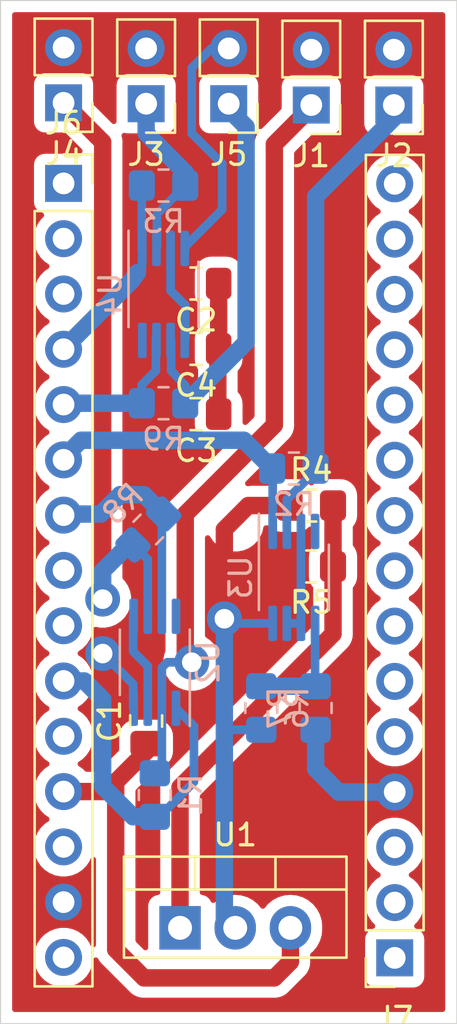
<source format=kicad_pcb>
(kicad_pcb (version 20171130) (host pcbnew 5.1.10-88a1d61d58~90~ubuntu20.04.1)

  (general
    (thickness 1.6)
    (drawings 8)
    (tracks 116)
    (zones 0)
    (modules 24)
    (nets 17)
  )

  (page A4)
  (layers
    (0 F.Cu signal)
    (31 B.Cu signal)
    (40 Dwgs.User user)
    (41 Cmts.User user)
    (44 Edge.Cuts user)
    (45 Margin user)
    (46 B.CrtYd user)
    (47 F.CrtYd user)
  )

  (setup
    (last_trace_width 0.4)
    (user_trace_width 0.4)
    (user_trace_width 0.5)
    (user_trace_width 0.8)
    (trace_clearance 0.2)
    (zone_clearance 0.508)
    (zone_45_only no)
    (trace_min 0.2)
    (via_size 0.8)
    (via_drill 0.4)
    (via_min_size 0.4)
    (via_min_drill 0.3)
    (user_via 1.6 0.9)
    (uvia_size 0.3)
    (uvia_drill 0.1)
    (uvias_allowed no)
    (uvia_min_size 0.2)
    (uvia_min_drill 0.1)
    (edge_width 0.05)
    (segment_width 0.2)
    (pcb_text_width 0.3)
    (pcb_text_size 1.5 1.5)
    (mod_edge_width 0.12)
    (mod_text_size 1 1)
    (mod_text_width 0.15)
    (pad_size 1.524 1.524)
    (pad_drill 0.762)
    (pad_to_mask_clearance 0)
    (aux_axis_origin 0 0)
    (visible_elements FFFFFF7F)
    (pcbplotparams
      (layerselection 0x010fc_ffffffff)
      (usegerberextensions false)
      (usegerberattributes true)
      (usegerberadvancedattributes true)
      (creategerberjobfile true)
      (excludeedgelayer true)
      (linewidth 0.100000)
      (plotframeref false)
      (viasonmask false)
      (mode 1)
      (useauxorigin false)
      (hpglpennumber 1)
      (hpglpenspeed 20)
      (hpglpendiameter 15.000000)
      (psnegative false)
      (psa4output false)
      (plotreference true)
      (plotvalue true)
      (plotinvisibletext false)
      (padsonsilk false)
      (subtractmaskfromsilk false)
      (outputformat 1)
      (mirror false)
      (drillshape 1)
      (scaleselection 1)
      (outputdirectory ""))
  )

  (net 0 "")
  (net 1 GND)
  (net 2 +5V)
  (net 3 +3.3VA)
  (net 4 "Net-(J1-Pad1)")
  (net 5 "Net-(J2-Pad1)")
  (net 6 "Net-(J3-Pad1)")
  (net 7 "Net-(J4-Pad1)")
  (net 8 "Net-(J5-Pad1)")
  (net 9 SENSE3)
  (net 10 SENSE5)
  (net 11 SENSE4)
  (net 12 SENSE1)
  (net 13 SENSE2)
  (net 14 "Net-(R4-Pad2)")
  (net 15 "Net-(R6-Pad2)")
  (net 16 VGND)

  (net_class Default "This is the default net class."
    (clearance 0.2)
    (trace_width 0.25)
    (via_dia 0.8)
    (via_drill 0.4)
    (uvia_dia 0.3)
    (uvia_drill 0.1)
    (add_net +3.3VA)
    (add_net +5V)
    (add_net GND)
    (add_net "Net-(J1-Pad1)")
    (add_net "Net-(J2-Pad1)")
    (add_net "Net-(J3-Pad1)")
    (add_net "Net-(J4-Pad1)")
    (add_net "Net-(J5-Pad1)")
    (add_net "Net-(R4-Pad2)")
    (add_net "Net-(R6-Pad2)")
    (add_net SENSE1)
    (add_net SENSE2)
    (add_net SENSE3)
    (add_net SENSE4)
    (add_net SENSE5)
    (add_net VGND)
  )

  (net_class Milling ""
    (clearance 0.5)
    (trace_width 0.5)
    (via_dia 1.6)
    (via_drill 0.9)
    (uvia_dia 0.3)
    (uvia_drill 0.1)
  )

  (module Package_SO:MSOP-8_3x3mm_P0.65mm (layer B.Cu) (tedit 5E509FDD) (tstamp 618BA4A2)
    (at 236.1 93.4 90)
    (descr "MSOP, 8 Pin (https://www.jedec.org/system/files/docs/mo-187F.pdf variant AA), generated with kicad-footprint-generator ipc_gullwing_generator.py")
    (tags "MSOP SO")
    (path /61530CA8)
    (attr smd)
    (fp_text reference U2 (at 0 2.45 90) (layer B.SilkS)
      (effects (font (size 1 1) (thickness 0.15)) (justify mirror))
    )
    (fp_text value MCP6002-xP (at 0 -2.45 90) (layer B.Fab)
      (effects (font (size 1 1) (thickness 0.15)) (justify mirror))
    )
    (fp_text user %R (at 0 0 90) (layer B.Fab)
      (effects (font (size 0.75 0.75) (thickness 0.11)) (justify mirror))
    )
    (fp_line (start 0 -1.61) (end 1.5 -1.61) (layer B.SilkS) (width 0.12))
    (fp_line (start 0 -1.61) (end -1.5 -1.61) (layer B.SilkS) (width 0.12))
    (fp_line (start 0 1.61) (end 1.5 1.61) (layer B.SilkS) (width 0.12))
    (fp_line (start 0 1.61) (end -2.925 1.61) (layer B.SilkS) (width 0.12))
    (fp_line (start -0.75 1.5) (end 1.5 1.5) (layer B.Fab) (width 0.1))
    (fp_line (start 1.5 1.5) (end 1.5 -1.5) (layer B.Fab) (width 0.1))
    (fp_line (start 1.5 -1.5) (end -1.5 -1.5) (layer B.Fab) (width 0.1))
    (fp_line (start -1.5 -1.5) (end -1.5 0.75) (layer B.Fab) (width 0.1))
    (fp_line (start -1.5 0.75) (end -0.75 1.5) (layer B.Fab) (width 0.1))
    (fp_line (start -3.18 1.75) (end -3.18 -1.75) (layer B.CrtYd) (width 0.05))
    (fp_line (start -3.18 -1.75) (end 3.18 -1.75) (layer B.CrtYd) (width 0.05))
    (fp_line (start 3.18 -1.75) (end 3.18 1.75) (layer B.CrtYd) (width 0.05))
    (fp_line (start 3.18 1.75) (end -3.18 1.75) (layer B.CrtYd) (width 0.05))
    (pad 8 smd roundrect (at 2.1125 0.975 90) (size 1.625 0.4) (layers B.Cu B.Paste B.Mask) (roundrect_rratio 0.25)
      (net 3 +3.3VA))
    (pad 7 smd roundrect (at 2.1125 0.325 90) (size 1.625 0.4) (layers B.Cu B.Paste B.Mask) (roundrect_rratio 0.25)
      (net 10 SENSE5))
    (pad 6 smd roundrect (at 2.1125 -0.325 90) (size 1.625 0.4) (layers B.Cu B.Paste B.Mask) (roundrect_rratio 0.25)
      (net 7 "Net-(J4-Pad1)"))
    (pad 5 smd roundrect (at 2.1125 -0.975 90) (size 1.625 0.4) (layers B.Cu B.Paste B.Mask) (roundrect_rratio 0.25)
      (net 16 VGND))
    (pad 4 smd roundrect (at -2.1125 -0.975 90) (size 1.625 0.4) (layers B.Cu B.Paste B.Mask) (roundrect_rratio 0.25)
      (net 1 GND))
    (pad 3 smd roundrect (at -2.1125 -0.325 90) (size 1.625 0.4) (layers B.Cu B.Paste B.Mask) (roundrect_rratio 0.25)
      (net 16 VGND))
    (pad 2 smd roundrect (at -2.1125 0.325 90) (size 1.625 0.4) (layers B.Cu B.Paste B.Mask) (roundrect_rratio 0.25)
      (net 4 "Net-(J1-Pad1)"))
    (pad 1 smd roundrect (at -2.1125 0.975 90) (size 1.625 0.4) (layers B.Cu B.Paste B.Mask) (roundrect_rratio 0.25)
      (net 12 SENSE1))
    (model ${KISYS3DMOD}/Package_SO.3dshapes/MSOP-8_3x3mm_P0.65mm.wrl
      (at (xyz 0 0 0))
      (scale (xyz 1 1 1))
      (rotate (xyz 0 0 0))
    )
  )

  (module Package_TO_SOT_THT:TO-220-3_Vertical (layer F.Cu) (tedit 5AC8BA0D) (tstamp 618BA488)
    (at 237.26 105.6)
    (descr "TO-220-3, Vertical, RM 2.54mm, see https://www.vishay.com/docs/66542/to-220-1.pdf")
    (tags "TO-220-3 Vertical RM 2.54mm")
    (path /61745AE8)
    (fp_text reference U1 (at 2.54 -4.27) (layer F.SilkS)
      (effects (font (size 1 1) (thickness 0.15)))
    )
    (fp_text value LM317_TO-220 (at 2.54 2.5) (layer F.Fab)
      (effects (font (size 1 1) (thickness 0.15)))
    )
    (fp_text user %R (at 2.54 -4.27) (layer F.Fab)
      (effects (font (size 1 1) (thickness 0.15)))
    )
    (fp_line (start -2.46 -3.15) (end -2.46 1.25) (layer F.Fab) (width 0.1))
    (fp_line (start -2.46 1.25) (end 7.54 1.25) (layer F.Fab) (width 0.1))
    (fp_line (start 7.54 1.25) (end 7.54 -3.15) (layer F.Fab) (width 0.1))
    (fp_line (start 7.54 -3.15) (end -2.46 -3.15) (layer F.Fab) (width 0.1))
    (fp_line (start -2.46 -1.88) (end 7.54 -1.88) (layer F.Fab) (width 0.1))
    (fp_line (start 0.69 -3.15) (end 0.69 -1.88) (layer F.Fab) (width 0.1))
    (fp_line (start 4.39 -3.15) (end 4.39 -1.88) (layer F.Fab) (width 0.1))
    (fp_line (start -2.58 -3.27) (end 7.66 -3.27) (layer F.SilkS) (width 0.12))
    (fp_line (start -2.58 1.371) (end 7.66 1.371) (layer F.SilkS) (width 0.12))
    (fp_line (start -2.58 -3.27) (end -2.58 1.371) (layer F.SilkS) (width 0.12))
    (fp_line (start 7.66 -3.27) (end 7.66 1.371) (layer F.SilkS) (width 0.12))
    (fp_line (start -2.58 -1.76) (end 7.66 -1.76) (layer F.SilkS) (width 0.12))
    (fp_line (start 0.69 -3.27) (end 0.69 -1.76) (layer F.SilkS) (width 0.12))
    (fp_line (start 4.391 -3.27) (end 4.391 -1.76) (layer F.SilkS) (width 0.12))
    (fp_line (start -2.71 -3.4) (end -2.71 1.51) (layer F.CrtYd) (width 0.05))
    (fp_line (start -2.71 1.51) (end 7.79 1.51) (layer F.CrtYd) (width 0.05))
    (fp_line (start 7.79 1.51) (end 7.79 -3.4) (layer F.CrtYd) (width 0.05))
    (fp_line (start 7.79 -3.4) (end -2.71 -3.4) (layer F.CrtYd) (width 0.05))
    (pad 3 thru_hole oval (at 5.08 0) (size 1.905 2) (drill 1.1) (layers *.Cu *.Mask)
      (net 2 +5V))
    (pad 2 thru_hole oval (at 2.54 0) (size 1.905 2) (drill 1.1) (layers *.Cu *.Mask)
      (net 3 +3.3VA))
    (pad 1 thru_hole rect (at 0 0) (size 1.905 2) (drill 1.1) (layers *.Cu *.Mask)
      (net 14 "Net-(R4-Pad2)"))
    (model ${KISYS3DMOD}/Package_TO_SOT_THT.3dshapes/TO-220-3_Vertical.wrl
      (at (xyz 0 0 0))
      (scale (xyz 1 1 1))
      (rotate (xyz 0 0 0))
    )
  )

  (module Package_SO:MSOP-8_3x3mm_P0.65mm (layer B.Cu) (tedit 5E509FDD) (tstamp 618BA4D6)
    (at 236.5 76.5 270)
    (descr "MSOP, 8 Pin (https://www.jedec.org/system/files/docs/mo-187F.pdf variant AA), generated with kicad-footprint-generator ipc_gullwing_generator.py")
    (tags "MSOP SO")
    (path /618F1A09)
    (attr smd)
    (fp_text reference U4 (at 0 2.45 90) (layer B.SilkS)
      (effects (font (size 1 1) (thickness 0.15)) (justify mirror))
    )
    (fp_text value MCP6002-xP (at 0 -2.45 90) (layer B.Fab)
      (effects (font (size 1 1) (thickness 0.15)) (justify mirror))
    )
    (fp_text user %R (at 0 0 90) (layer B.Fab)
      (effects (font (size 0.75 0.75) (thickness 0.11)) (justify mirror))
    )
    (fp_line (start 0 -1.61) (end 1.5 -1.61) (layer B.SilkS) (width 0.12))
    (fp_line (start 0 -1.61) (end -1.5 -1.61) (layer B.SilkS) (width 0.12))
    (fp_line (start 0 1.61) (end 1.5 1.61) (layer B.SilkS) (width 0.12))
    (fp_line (start 0 1.61) (end -2.925 1.61) (layer B.SilkS) (width 0.12))
    (fp_line (start -0.75 1.5) (end 1.5 1.5) (layer B.Fab) (width 0.1))
    (fp_line (start 1.5 1.5) (end 1.5 -1.5) (layer B.Fab) (width 0.1))
    (fp_line (start 1.5 -1.5) (end -1.5 -1.5) (layer B.Fab) (width 0.1))
    (fp_line (start -1.5 -1.5) (end -1.5 0.75) (layer B.Fab) (width 0.1))
    (fp_line (start -1.5 0.75) (end -0.75 1.5) (layer B.Fab) (width 0.1))
    (fp_line (start -3.18 1.75) (end -3.18 -1.75) (layer B.CrtYd) (width 0.05))
    (fp_line (start -3.18 -1.75) (end 3.18 -1.75) (layer B.CrtYd) (width 0.05))
    (fp_line (start 3.18 -1.75) (end 3.18 1.75) (layer B.CrtYd) (width 0.05))
    (fp_line (start 3.18 1.75) (end -3.18 1.75) (layer B.CrtYd) (width 0.05))
    (pad 8 smd roundrect (at 2.1125 0.975 270) (size 1.625 0.4) (layers B.Cu B.Paste B.Mask) (roundrect_rratio 0.25)
      (net 3 +3.3VA))
    (pad 7 smd roundrect (at 2.1125 0.325 270) (size 1.625 0.4) (layers B.Cu B.Paste B.Mask) (roundrect_rratio 0.25)
      (net 9 SENSE3))
    (pad 6 smd roundrect (at 2.1125 -0.325 270) (size 1.625 0.4) (layers B.Cu B.Paste B.Mask) (roundrect_rratio 0.25)
      (net 8 "Net-(J5-Pad1)"))
    (pad 5 smd roundrect (at 2.1125 -0.975 270) (size 1.625 0.4) (layers B.Cu B.Paste B.Mask) (roundrect_rratio 0.25)
      (net 16 VGND))
    (pad 4 smd roundrect (at -2.1125 -0.975 270) (size 1.625 0.4) (layers B.Cu B.Paste B.Mask) (roundrect_rratio 0.25)
      (net 1 GND))
    (pad 3 smd roundrect (at -2.1125 -0.325 270) (size 1.625 0.4) (layers B.Cu B.Paste B.Mask) (roundrect_rratio 0.25)
      (net 16 VGND))
    (pad 2 smd roundrect (at -2.1125 0.325 270) (size 1.625 0.4) (layers B.Cu B.Paste B.Mask) (roundrect_rratio 0.25)
      (net 6 "Net-(J3-Pad1)"))
    (pad 1 smd roundrect (at -2.1125 0.975 270) (size 1.625 0.4) (layers B.Cu B.Paste B.Mask) (roundrect_rratio 0.25)
      (net 11 SENSE4))
    (model ${KISYS3DMOD}/Package_SO.3dshapes/MSOP-8_3x3mm_P0.65mm.wrl
      (at (xyz 0 0 0))
      (scale (xyz 1 1 1))
      (rotate (xyz 0 0 0))
    )
  )

  (module Package_SO:MSOP-8_3x3mm_P0.65mm (layer B.Cu) (tedit 5E509FDD) (tstamp 618BA4BC)
    (at 242.5 89.5 270)
    (descr "MSOP, 8 Pin (https://www.jedec.org/system/files/docs/mo-187F.pdf variant AA), generated with kicad-footprint-generator ipc_gullwing_generator.py")
    (tags "MSOP SO")
    (path /618F01C1)
    (attr smd)
    (fp_text reference U3 (at 0 2.45 90) (layer B.SilkS)
      (effects (font (size 1 1) (thickness 0.15)) (justify mirror))
    )
    (fp_text value MCP6002-xP (at 0 -2.45 90) (layer B.Fab)
      (effects (font (size 1 1) (thickness 0.15)) (justify mirror))
    )
    (fp_text user %R (at 0 0 90) (layer B.Fab)
      (effects (font (size 0.75 0.75) (thickness 0.11)) (justify mirror))
    )
    (fp_line (start 0 -1.61) (end 1.5 -1.61) (layer B.SilkS) (width 0.12))
    (fp_line (start 0 -1.61) (end -1.5 -1.61) (layer B.SilkS) (width 0.12))
    (fp_line (start 0 1.61) (end 1.5 1.61) (layer B.SilkS) (width 0.12))
    (fp_line (start 0 1.61) (end -2.925 1.61) (layer B.SilkS) (width 0.12))
    (fp_line (start -0.75 1.5) (end 1.5 1.5) (layer B.Fab) (width 0.1))
    (fp_line (start 1.5 1.5) (end 1.5 -1.5) (layer B.Fab) (width 0.1))
    (fp_line (start 1.5 -1.5) (end -1.5 -1.5) (layer B.Fab) (width 0.1))
    (fp_line (start -1.5 -1.5) (end -1.5 0.75) (layer B.Fab) (width 0.1))
    (fp_line (start -1.5 0.75) (end -0.75 1.5) (layer B.Fab) (width 0.1))
    (fp_line (start -3.18 1.75) (end -3.18 -1.75) (layer B.CrtYd) (width 0.05))
    (fp_line (start -3.18 -1.75) (end 3.18 -1.75) (layer B.CrtYd) (width 0.05))
    (fp_line (start 3.18 -1.75) (end 3.18 1.75) (layer B.CrtYd) (width 0.05))
    (fp_line (start 3.18 1.75) (end -3.18 1.75) (layer B.CrtYd) (width 0.05))
    (pad 8 smd roundrect (at 2.1125 0.975 270) (size 1.625 0.4) (layers B.Cu B.Paste B.Mask) (roundrect_rratio 0.25)
      (net 3 +3.3VA))
    (pad 7 smd roundrect (at 2.1125 0.325 270) (size 1.625 0.4) (layers B.Cu B.Paste B.Mask) (roundrect_rratio 0.25)
      (net 16 VGND))
    (pad 6 smd roundrect (at 2.1125 -0.325 270) (size 1.625 0.4) (layers B.Cu B.Paste B.Mask) (roundrect_rratio 0.25)
      (net 16 VGND))
    (pad 5 smd roundrect (at 2.1125 -0.975 270) (size 1.625 0.4) (layers B.Cu B.Paste B.Mask) (roundrect_rratio 0.25)
      (net 15 "Net-(R6-Pad2)"))
    (pad 4 smd roundrect (at -2.1125 -0.975 270) (size 1.625 0.4) (layers B.Cu B.Paste B.Mask) (roundrect_rratio 0.25)
      (net 1 GND))
    (pad 3 smd roundrect (at -2.1125 -0.325 270) (size 1.625 0.4) (layers B.Cu B.Paste B.Mask) (roundrect_rratio 0.25)
      (net 16 VGND))
    (pad 2 smd roundrect (at -2.1125 0.325 270) (size 1.625 0.4) (layers B.Cu B.Paste B.Mask) (roundrect_rratio 0.25)
      (net 5 "Net-(J2-Pad1)"))
    (pad 1 smd roundrect (at -2.1125 0.975 270) (size 1.625 0.4) (layers B.Cu B.Paste B.Mask) (roundrect_rratio 0.25)
      (net 13 SENSE2))
    (model ${KISYS3DMOD}/Package_SO.3dshapes/MSOP-8_3x3mm_P0.65mm.wrl
      (at (xyz 0 0 0))
      (scale (xyz 1 1 1))
      (rotate (xyz 0 0 0))
    )
  )

  (module Resistor_SMD:R_0805_2012Metric_Pad1.20x1.40mm_HandSolder (layer B.Cu) (tedit 5F68FEEE) (tstamp 618BA46E)
    (at 236.5 81.5)
    (descr "Resistor SMD 0805 (2012 Metric), square (rectangular) end terminal, IPC_7351 nominal with elongated pad for handsoldering. (Body size source: IPC-SM-782 page 72, https://www.pcb-3d.com/wordpress/wp-content/uploads/ipc-sm-782a_amendment_1_and_2.pdf), generated with kicad-footprint-generator")
    (tags "resistor handsolder")
    (path /615376AF)
    (attr smd)
    (fp_text reference R9 (at 0 1.65 180) (layer B.SilkS)
      (effects (font (size 1 1) (thickness 0.15)) (justify mirror))
    )
    (fp_text value 1.5k (at 0 -1.65 180) (layer B.Fab)
      (effects (font (size 1 1) (thickness 0.15)) (justify mirror))
    )
    (fp_text user %R (at 0 0 180) (layer B.Fab)
      (effects (font (size 0.5 0.5) (thickness 0.08)) (justify mirror))
    )
    (fp_line (start -1 -0.625) (end -1 0.625) (layer B.Fab) (width 0.1))
    (fp_line (start -1 0.625) (end 1 0.625) (layer B.Fab) (width 0.1))
    (fp_line (start 1 0.625) (end 1 -0.625) (layer B.Fab) (width 0.1))
    (fp_line (start 1 -0.625) (end -1 -0.625) (layer B.Fab) (width 0.1))
    (fp_line (start -0.227064 0.735) (end 0.227064 0.735) (layer B.SilkS) (width 0.12))
    (fp_line (start -0.227064 -0.735) (end 0.227064 -0.735) (layer B.SilkS) (width 0.12))
    (fp_line (start -1.85 -0.95) (end -1.85 0.95) (layer B.CrtYd) (width 0.05))
    (fp_line (start -1.85 0.95) (end 1.85 0.95) (layer B.CrtYd) (width 0.05))
    (fp_line (start 1.85 0.95) (end 1.85 -0.95) (layer B.CrtYd) (width 0.05))
    (fp_line (start 1.85 -0.95) (end -1.85 -0.95) (layer B.CrtYd) (width 0.05))
    (pad 2 smd roundrect (at 1 0) (size 1.2 1.4) (layers B.Cu B.Paste B.Mask) (roundrect_rratio 0.208333)
      (net 8 "Net-(J5-Pad1)"))
    (pad 1 smd roundrect (at -1 0) (size 1.2 1.4) (layers B.Cu B.Paste B.Mask) (roundrect_rratio 0.208333)
      (net 9 SENSE3))
    (model ${KISYS3DMOD}/Resistor_SMD.3dshapes/R_0805_2012Metric.wrl
      (at (xyz 0 0 0))
      (scale (xyz 1 1 1))
      (rotate (xyz 0 0 0))
    )
  )

  (module Resistor_SMD:R_0805_2012Metric_Pad1.20x1.40mm_HandSolder (layer B.Cu) (tedit 5F68FEEE) (tstamp 618BA45D)
    (at 235.8 87.3 225)
    (descr "Resistor SMD 0805 (2012 Metric), square (rectangular) end terminal, IPC_7351 nominal with elongated pad for handsoldering. (Body size source: IPC-SM-782 page 72, https://www.pcb-3d.com/wordpress/wp-content/uploads/ipc-sm-782a_amendment_1_and_2.pdf), generated with kicad-footprint-generator")
    (tags "resistor handsolder")
    (path /61537BBB)
    (attr smd)
    (fp_text reference R8 (at 0 1.65 225) (layer B.SilkS)
      (effects (font (size 1 1) (thickness 0.15)) (justify mirror))
    )
    (fp_text value 1.5k (at 0 -1.65 225) (layer B.Fab)
      (effects (font (size 1 1) (thickness 0.15)) (justify mirror))
    )
    (fp_text user %R (at 0 0 225) (layer B.Fab)
      (effects (font (size 0.5 0.5) (thickness 0.08)) (justify mirror))
    )
    (fp_line (start -1 -0.625) (end -1 0.625) (layer B.Fab) (width 0.1))
    (fp_line (start -1 0.625) (end 1 0.625) (layer B.Fab) (width 0.1))
    (fp_line (start 1 0.625) (end 1 -0.625) (layer B.Fab) (width 0.1))
    (fp_line (start 1 -0.625) (end -1 -0.625) (layer B.Fab) (width 0.1))
    (fp_line (start -0.227064 0.735) (end 0.227064 0.735) (layer B.SilkS) (width 0.12))
    (fp_line (start -0.227064 -0.735) (end 0.227064 -0.735) (layer B.SilkS) (width 0.12))
    (fp_line (start -1.85 -0.95) (end -1.85 0.95) (layer B.CrtYd) (width 0.05))
    (fp_line (start -1.85 0.95) (end 1.85 0.95) (layer B.CrtYd) (width 0.05))
    (fp_line (start 1.85 0.95) (end 1.85 -0.95) (layer B.CrtYd) (width 0.05))
    (fp_line (start 1.85 -0.95) (end -1.85 -0.95) (layer B.CrtYd) (width 0.05))
    (pad 2 smd roundrect (at 1 0 225) (size 1.2 1.4) (layers B.Cu B.Paste B.Mask) (roundrect_rratio 0.208333)
      (net 7 "Net-(J4-Pad1)"))
    (pad 1 smd roundrect (at -1 0 225) (size 1.2 1.4) (layers B.Cu B.Paste B.Mask) (roundrect_rratio 0.208333)
      (net 10 SENSE5))
    (model ${KISYS3DMOD}/Resistor_SMD.3dshapes/R_0805_2012Metric.wrl
      (at (xyz 0 0 0))
      (scale (xyz 1 1 1))
      (rotate (xyz 0 0 0))
    )
  )

  (module Resistor_SMD:R_0805_2012Metric_Pad1.20x1.40mm_HandSolder (layer B.Cu) (tedit 5F68FEEE) (tstamp 618BA44C)
    (at 243.5 95.5 270)
    (descr "Resistor SMD 0805 (2012 Metric), square (rectangular) end terminal, IPC_7351 nominal with elongated pad for handsoldering. (Body size source: IPC-SM-782 page 72, https://www.pcb-3d.com/wordpress/wp-content/uploads/ipc-sm-782a_amendment_1_and_2.pdf), generated with kicad-footprint-generator")
    (tags "resistor handsolder")
    (path /615D0A4B)
    (attr smd)
    (fp_text reference R7 (at 0 1.65 90) (layer B.SilkS)
      (effects (font (size 1 1) (thickness 0.15)) (justify mirror))
    )
    (fp_text value 9k (at 0 -1.65 90) (layer B.Fab)
      (effects (font (size 1 1) (thickness 0.15)) (justify mirror))
    )
    (fp_text user %R (at 0 0 90) (layer B.Fab)
      (effects (font (size 0.5 0.5) (thickness 0.08)) (justify mirror))
    )
    (fp_line (start -1 -0.625) (end -1 0.625) (layer B.Fab) (width 0.1))
    (fp_line (start -1 0.625) (end 1 0.625) (layer B.Fab) (width 0.1))
    (fp_line (start 1 0.625) (end 1 -0.625) (layer B.Fab) (width 0.1))
    (fp_line (start 1 -0.625) (end -1 -0.625) (layer B.Fab) (width 0.1))
    (fp_line (start -0.227064 0.735) (end 0.227064 0.735) (layer B.SilkS) (width 0.12))
    (fp_line (start -0.227064 -0.735) (end 0.227064 -0.735) (layer B.SilkS) (width 0.12))
    (fp_line (start -1.85 -0.95) (end -1.85 0.95) (layer B.CrtYd) (width 0.05))
    (fp_line (start -1.85 0.95) (end 1.85 0.95) (layer B.CrtYd) (width 0.05))
    (fp_line (start 1.85 0.95) (end 1.85 -0.95) (layer B.CrtYd) (width 0.05))
    (fp_line (start 1.85 -0.95) (end -1.85 -0.95) (layer B.CrtYd) (width 0.05))
    (pad 2 smd roundrect (at 1 0 270) (size 1.2 1.4) (layers B.Cu B.Paste B.Mask) (roundrect_rratio 0.208333)
      (net 1 GND))
    (pad 1 smd roundrect (at -1 0 270) (size 1.2 1.4) (layers B.Cu B.Paste B.Mask) (roundrect_rratio 0.208333)
      (net 15 "Net-(R6-Pad2)"))
    (model ${KISYS3DMOD}/Resistor_SMD.3dshapes/R_0805_2012Metric.wrl
      (at (xyz 0 0 0))
      (scale (xyz 1 1 1))
      (rotate (xyz 0 0 0))
    )
  )

  (module Resistor_SMD:R_0805_2012Metric_Pad1.20x1.40mm_HandSolder (layer B.Cu) (tedit 5F68FEEE) (tstamp 618BA43B)
    (at 241 95.5 90)
    (descr "Resistor SMD 0805 (2012 Metric), square (rectangular) end terminal, IPC_7351 nominal with elongated pad for handsoldering. (Body size source: IPC-SM-782 page 72, https://www.pcb-3d.com/wordpress/wp-content/uploads/ipc-sm-782a_amendment_1_and_2.pdf), generated with kicad-footprint-generator")
    (tags "resistor handsolder")
    (path /615D068F)
    (attr smd)
    (fp_text reference R6 (at 0 1.65 90) (layer B.SilkS)
      (effects (font (size 1 1) (thickness 0.15)) (justify mirror))
    )
    (fp_text value 42k (at 0 -1.65 90) (layer B.Fab)
      (effects (font (size 1 1) (thickness 0.15)) (justify mirror))
    )
    (fp_text user %R (at 0 0 90) (layer B.Fab)
      (effects (font (size 0.5 0.5) (thickness 0.08)) (justify mirror))
    )
    (fp_line (start -1 -0.625) (end -1 0.625) (layer B.Fab) (width 0.1))
    (fp_line (start -1 0.625) (end 1 0.625) (layer B.Fab) (width 0.1))
    (fp_line (start 1 0.625) (end 1 -0.625) (layer B.Fab) (width 0.1))
    (fp_line (start 1 -0.625) (end -1 -0.625) (layer B.Fab) (width 0.1))
    (fp_line (start -0.227064 0.735) (end 0.227064 0.735) (layer B.SilkS) (width 0.12))
    (fp_line (start -0.227064 -0.735) (end 0.227064 -0.735) (layer B.SilkS) (width 0.12))
    (fp_line (start -1.85 -0.95) (end -1.85 0.95) (layer B.CrtYd) (width 0.05))
    (fp_line (start -1.85 0.95) (end 1.85 0.95) (layer B.CrtYd) (width 0.05))
    (fp_line (start 1.85 0.95) (end 1.85 -0.95) (layer B.CrtYd) (width 0.05))
    (fp_line (start 1.85 -0.95) (end -1.85 -0.95) (layer B.CrtYd) (width 0.05))
    (pad 2 smd roundrect (at 1 0 90) (size 1.2 1.4) (layers B.Cu B.Paste B.Mask) (roundrect_rratio 0.208333)
      (net 15 "Net-(R6-Pad2)"))
    (pad 1 smd roundrect (at -1 0 90) (size 1.2 1.4) (layers B.Cu B.Paste B.Mask) (roundrect_rratio 0.208333)
      (net 3 +3.3VA))
    (model ${KISYS3DMOD}/Resistor_SMD.3dshapes/R_0805_2012Metric.wrl
      (at (xyz 0 0 0))
      (scale (xyz 1 1 1))
      (rotate (xyz 0 0 0))
    )
  )

  (module Resistor_SMD:R_0805_2012Metric_Pad1.20x1.40mm_HandSolder (layer F.Cu) (tedit 5F68FEEE) (tstamp 618BA42A)
    (at 243.3 89 180)
    (descr "Resistor SMD 0805 (2012 Metric), square (rectangular) end terminal, IPC_7351 nominal with elongated pad for handsoldering. (Body size source: IPC-SM-782 page 72, https://www.pcb-3d.com/wordpress/wp-content/uploads/ipc-sm-782a_amendment_1_and_2.pdf), generated with kicad-footprint-generator")
    (tags "resistor handsolder")
    (path /61747723)
    (attr smd)
    (fp_text reference R5 (at 0 -1.65) (layer F.SilkS)
      (effects (font (size 1 1) (thickness 0.15)))
    )
    (fp_text value 180 (at 0 1.65) (layer F.Fab)
      (effects (font (size 1 1) (thickness 0.15)))
    )
    (fp_text user %R (at 0 0) (layer F.Fab)
      (effects (font (size 0.5 0.5) (thickness 0.08)))
    )
    (fp_line (start -1 0.625) (end -1 -0.625) (layer F.Fab) (width 0.1))
    (fp_line (start -1 -0.625) (end 1 -0.625) (layer F.Fab) (width 0.1))
    (fp_line (start 1 -0.625) (end 1 0.625) (layer F.Fab) (width 0.1))
    (fp_line (start 1 0.625) (end -1 0.625) (layer F.Fab) (width 0.1))
    (fp_line (start -0.227064 -0.735) (end 0.227064 -0.735) (layer F.SilkS) (width 0.12))
    (fp_line (start -0.227064 0.735) (end 0.227064 0.735) (layer F.SilkS) (width 0.12))
    (fp_line (start -1.85 0.95) (end -1.85 -0.95) (layer F.CrtYd) (width 0.05))
    (fp_line (start -1.85 -0.95) (end 1.85 -0.95) (layer F.CrtYd) (width 0.05))
    (fp_line (start 1.85 -0.95) (end 1.85 0.95) (layer F.CrtYd) (width 0.05))
    (fp_line (start 1.85 0.95) (end -1.85 0.95) (layer F.CrtYd) (width 0.05))
    (pad 2 smd roundrect (at 1 0 180) (size 1.2 1.4) (layers F.Cu F.Paste F.Mask) (roundrect_rratio 0.208333)
      (net 1 GND))
    (pad 1 smd roundrect (at -1 0 180) (size 1.2 1.4) (layers F.Cu F.Paste F.Mask) (roundrect_rratio 0.208333)
      (net 14 "Net-(R4-Pad2)"))
    (model ${KISYS3DMOD}/Resistor_SMD.3dshapes/R_0805_2012Metric.wrl
      (at (xyz 0 0 0))
      (scale (xyz 1 1 1))
      (rotate (xyz 0 0 0))
    )
  )

  (module Resistor_SMD:R_0805_2012Metric_Pad1.20x1.40mm_HandSolder (layer F.Cu) (tedit 5F68FEEE) (tstamp 618BA419)
    (at 243.3 86.2)
    (descr "Resistor SMD 0805 (2012 Metric), square (rectangular) end terminal, IPC_7351 nominal with elongated pad for handsoldering. (Body size source: IPC-SM-782 page 72, https://www.pcb-3d.com/wordpress/wp-content/uploads/ipc-sm-782a_amendment_1_and_2.pdf), generated with kicad-footprint-generator")
    (tags "resistor handsolder")
    (path /61746EC2)
    (attr smd)
    (fp_text reference R4 (at 0 -1.65) (layer F.SilkS)
      (effects (font (size 1 1) (thickness 0.15)))
    )
    (fp_text value 270 (at 0 1.65) (layer F.Fab)
      (effects (font (size 1 1) (thickness 0.15)))
    )
    (fp_text user %R (at 0 0) (layer F.Fab)
      (effects (font (size 0.5 0.5) (thickness 0.08)))
    )
    (fp_line (start -1 0.625) (end -1 -0.625) (layer F.Fab) (width 0.1))
    (fp_line (start -1 -0.625) (end 1 -0.625) (layer F.Fab) (width 0.1))
    (fp_line (start 1 -0.625) (end 1 0.625) (layer F.Fab) (width 0.1))
    (fp_line (start 1 0.625) (end -1 0.625) (layer F.Fab) (width 0.1))
    (fp_line (start -0.227064 -0.735) (end 0.227064 -0.735) (layer F.SilkS) (width 0.12))
    (fp_line (start -0.227064 0.735) (end 0.227064 0.735) (layer F.SilkS) (width 0.12))
    (fp_line (start -1.85 0.95) (end -1.85 -0.95) (layer F.CrtYd) (width 0.05))
    (fp_line (start -1.85 -0.95) (end 1.85 -0.95) (layer F.CrtYd) (width 0.05))
    (fp_line (start 1.85 -0.95) (end 1.85 0.95) (layer F.CrtYd) (width 0.05))
    (fp_line (start 1.85 0.95) (end -1.85 0.95) (layer F.CrtYd) (width 0.05))
    (pad 2 smd roundrect (at 1 0) (size 1.2 1.4) (layers F.Cu F.Paste F.Mask) (roundrect_rratio 0.208333)
      (net 14 "Net-(R4-Pad2)"))
    (pad 1 smd roundrect (at -1 0) (size 1.2 1.4) (layers F.Cu F.Paste F.Mask) (roundrect_rratio 0.208333)
      (net 3 +3.3VA))
    (model ${KISYS3DMOD}/Resistor_SMD.3dshapes/R_0805_2012Metric.wrl
      (at (xyz 0 0 0))
      (scale (xyz 1 1 1))
      (rotate (xyz 0 0 0))
    )
  )

  (module Resistor_SMD:R_0805_2012Metric_Pad1.20x1.40mm_HandSolder (layer B.Cu) (tedit 5F68FEEE) (tstamp 618BA408)
    (at 236.5 71.5)
    (descr "Resistor SMD 0805 (2012 Metric), square (rectangular) end terminal, IPC_7351 nominal with elongated pad for handsoldering. (Body size source: IPC-SM-782 page 72, https://www.pcb-3d.com/wordpress/wp-content/uploads/ipc-sm-782a_amendment_1_and_2.pdf), generated with kicad-footprint-generator")
    (tags "resistor handsolder")
    (path /61536957)
    (attr smd)
    (fp_text reference R3 (at 0 1.65) (layer B.SilkS)
      (effects (font (size 1 1) (thickness 0.15)) (justify mirror))
    )
    (fp_text value 1.5k (at 0 -1.65) (layer B.Fab)
      (effects (font (size 1 1) (thickness 0.15)) (justify mirror))
    )
    (fp_text user %R (at 0 0) (layer B.Fab)
      (effects (font (size 0.5 0.5) (thickness 0.08)) (justify mirror))
    )
    (fp_line (start -1 -0.625) (end -1 0.625) (layer B.Fab) (width 0.1))
    (fp_line (start -1 0.625) (end 1 0.625) (layer B.Fab) (width 0.1))
    (fp_line (start 1 0.625) (end 1 -0.625) (layer B.Fab) (width 0.1))
    (fp_line (start 1 -0.625) (end -1 -0.625) (layer B.Fab) (width 0.1))
    (fp_line (start -0.227064 0.735) (end 0.227064 0.735) (layer B.SilkS) (width 0.12))
    (fp_line (start -0.227064 -0.735) (end 0.227064 -0.735) (layer B.SilkS) (width 0.12))
    (fp_line (start -1.85 -0.95) (end -1.85 0.95) (layer B.CrtYd) (width 0.05))
    (fp_line (start -1.85 0.95) (end 1.85 0.95) (layer B.CrtYd) (width 0.05))
    (fp_line (start 1.85 0.95) (end 1.85 -0.95) (layer B.CrtYd) (width 0.05))
    (fp_line (start 1.85 -0.95) (end -1.85 -0.95) (layer B.CrtYd) (width 0.05))
    (pad 2 smd roundrect (at 1 0) (size 1.2 1.4) (layers B.Cu B.Paste B.Mask) (roundrect_rratio 0.208333)
      (net 6 "Net-(J3-Pad1)"))
    (pad 1 smd roundrect (at -1 0) (size 1.2 1.4) (layers B.Cu B.Paste B.Mask) (roundrect_rratio 0.208333)
      (net 11 SENSE4))
    (model ${KISYS3DMOD}/Resistor_SMD.3dshapes/R_0805_2012Metric.wrl
      (at (xyz 0 0 0))
      (scale (xyz 1 1 1))
      (rotate (xyz 0 0 0))
    )
  )

  (module Resistor_SMD:R_0805_2012Metric_Pad1.20x1.40mm_HandSolder (layer B.Cu) (tedit 5F68FEEE) (tstamp 618BA3F7)
    (at 242.5 84.5)
    (descr "Resistor SMD 0805 (2012 Metric), square (rectangular) end terminal, IPC_7351 nominal with elongated pad for handsoldering. (Body size source: IPC-SM-782 page 72, https://www.pcb-3d.com/wordpress/wp-content/uploads/ipc-sm-782a_amendment_1_and_2.pdf), generated with kicad-footprint-generator")
    (tags "resistor handsolder")
    (path /615366D8)
    (attr smd)
    (fp_text reference R2 (at 0 1.65) (layer B.SilkS)
      (effects (font (size 1 1) (thickness 0.15)) (justify mirror))
    )
    (fp_text value 1.5k (at 0 -1.65) (layer B.Fab)
      (effects (font (size 1 1) (thickness 0.15)) (justify mirror))
    )
    (fp_text user %R (at 0 0) (layer B.Fab)
      (effects (font (size 0.5 0.5) (thickness 0.08)) (justify mirror))
    )
    (fp_line (start -1 -0.625) (end -1 0.625) (layer B.Fab) (width 0.1))
    (fp_line (start -1 0.625) (end 1 0.625) (layer B.Fab) (width 0.1))
    (fp_line (start 1 0.625) (end 1 -0.625) (layer B.Fab) (width 0.1))
    (fp_line (start 1 -0.625) (end -1 -0.625) (layer B.Fab) (width 0.1))
    (fp_line (start -0.227064 0.735) (end 0.227064 0.735) (layer B.SilkS) (width 0.12))
    (fp_line (start -0.227064 -0.735) (end 0.227064 -0.735) (layer B.SilkS) (width 0.12))
    (fp_line (start -1.85 -0.95) (end -1.85 0.95) (layer B.CrtYd) (width 0.05))
    (fp_line (start -1.85 0.95) (end 1.85 0.95) (layer B.CrtYd) (width 0.05))
    (fp_line (start 1.85 0.95) (end 1.85 -0.95) (layer B.CrtYd) (width 0.05))
    (fp_line (start 1.85 -0.95) (end -1.85 -0.95) (layer B.CrtYd) (width 0.05))
    (pad 2 smd roundrect (at 1 0) (size 1.2 1.4) (layers B.Cu B.Paste B.Mask) (roundrect_rratio 0.208333)
      (net 5 "Net-(J2-Pad1)"))
    (pad 1 smd roundrect (at -1 0) (size 1.2 1.4) (layers B.Cu B.Paste B.Mask) (roundrect_rratio 0.208333)
      (net 13 SENSE2))
    (model ${KISYS3DMOD}/Resistor_SMD.3dshapes/R_0805_2012Metric.wrl
      (at (xyz 0 0 0))
      (scale (xyz 1 1 1))
      (rotate (xyz 0 0 0))
    )
  )

  (module Resistor_SMD:R_0805_2012Metric_Pad1.20x1.40mm_HandSolder (layer B.Cu) (tedit 5F68FEEE) (tstamp 618BA3E6)
    (at 236.1 99.5 90)
    (descr "Resistor SMD 0805 (2012 Metric), square (rectangular) end terminal, IPC_7351 nominal with elongated pad for handsoldering. (Body size source: IPC-SM-782 page 72, https://www.pcb-3d.com/wordpress/wp-content/uploads/ipc-sm-782a_amendment_1_and_2.pdf), generated with kicad-footprint-generator")
    (tags "resistor handsolder")
    (path /61535978)
    (attr smd)
    (fp_text reference R1 (at 0 1.65 90) (layer B.SilkS)
      (effects (font (size 1 1) (thickness 0.15)) (justify mirror))
    )
    (fp_text value 1.5k (at 0 -1.65 90) (layer B.Fab)
      (effects (font (size 1 1) (thickness 0.15)) (justify mirror))
    )
    (fp_text user %R (at 0 0 90) (layer B.Fab)
      (effects (font (size 0.5 0.5) (thickness 0.08)) (justify mirror))
    )
    (fp_line (start -1 -0.625) (end -1 0.625) (layer B.Fab) (width 0.1))
    (fp_line (start -1 0.625) (end 1 0.625) (layer B.Fab) (width 0.1))
    (fp_line (start 1 0.625) (end 1 -0.625) (layer B.Fab) (width 0.1))
    (fp_line (start 1 -0.625) (end -1 -0.625) (layer B.Fab) (width 0.1))
    (fp_line (start -0.227064 0.735) (end 0.227064 0.735) (layer B.SilkS) (width 0.12))
    (fp_line (start -0.227064 -0.735) (end 0.227064 -0.735) (layer B.SilkS) (width 0.12))
    (fp_line (start -1.85 -0.95) (end -1.85 0.95) (layer B.CrtYd) (width 0.05))
    (fp_line (start -1.85 0.95) (end 1.85 0.95) (layer B.CrtYd) (width 0.05))
    (fp_line (start 1.85 0.95) (end 1.85 -0.95) (layer B.CrtYd) (width 0.05))
    (fp_line (start 1.85 -0.95) (end -1.85 -0.95) (layer B.CrtYd) (width 0.05))
    (pad 2 smd roundrect (at 1 0 90) (size 1.2 1.4) (layers B.Cu B.Paste B.Mask) (roundrect_rratio 0.208333)
      (net 4 "Net-(J1-Pad1)"))
    (pad 1 smd roundrect (at -1 0 90) (size 1.2 1.4) (layers B.Cu B.Paste B.Mask) (roundrect_rratio 0.208333)
      (net 12 SENSE1))
    (model ${KISYS3DMOD}/Resistor_SMD.3dshapes/R_0805_2012Metric.wrl
      (at (xyz 0 0 0))
      (scale (xyz 1 1 1))
      (rotate (xyz 0 0 0))
    )
  )

  (module Connector_PinSocket_2.54mm:PinSocket_1x15_P2.54mm_Vertical (layer F.Cu) (tedit 5A19A41D) (tstamp 618BB7C7)
    (at 247.14 106.98 180)
    (descr "Through hole straight socket strip, 1x15, 2.54mm pitch, single row (from Kicad 4.0.7), script generated")
    (tags "Through hole socket strip THT 1x15 2.54mm single row")
    (path /6192EA22)
    (fp_text reference J7 (at 0 -2.77) (layer F.SilkS)
      (effects (font (size 1 1) (thickness 0.15)))
    )
    (fp_text value Conn_01x15_Female (at 0 38.33) (layer F.Fab)
      (effects (font (size 1 1) (thickness 0.15)))
    )
    (fp_text user %R (at 0 17.78 90) (layer F.Fab)
      (effects (font (size 1 1) (thickness 0.15)))
    )
    (fp_line (start -1.27 -1.27) (end 0.635 -1.27) (layer F.Fab) (width 0.1))
    (fp_line (start 0.635 -1.27) (end 1.27 -0.635) (layer F.Fab) (width 0.1))
    (fp_line (start 1.27 -0.635) (end 1.27 36.83) (layer F.Fab) (width 0.1))
    (fp_line (start 1.27 36.83) (end -1.27 36.83) (layer F.Fab) (width 0.1))
    (fp_line (start -1.27 36.83) (end -1.27 -1.27) (layer F.Fab) (width 0.1))
    (fp_line (start -1.33 1.27) (end 1.33 1.27) (layer F.SilkS) (width 0.12))
    (fp_line (start -1.33 1.27) (end -1.33 36.89) (layer F.SilkS) (width 0.12))
    (fp_line (start -1.33 36.89) (end 1.33 36.89) (layer F.SilkS) (width 0.12))
    (fp_line (start 1.33 1.27) (end 1.33 36.89) (layer F.SilkS) (width 0.12))
    (fp_line (start 1.33 -1.33) (end 1.33 0) (layer F.SilkS) (width 0.12))
    (fp_line (start 0 -1.33) (end 1.33 -1.33) (layer F.SilkS) (width 0.12))
    (fp_line (start -1.8 -1.8) (end 1.75 -1.8) (layer F.CrtYd) (width 0.05))
    (fp_line (start 1.75 -1.8) (end 1.75 37.3) (layer F.CrtYd) (width 0.05))
    (fp_line (start 1.75 37.3) (end -1.8 37.3) (layer F.CrtYd) (width 0.05))
    (fp_line (start -1.8 37.3) (end -1.8 -1.8) (layer F.CrtYd) (width 0.05))
    (pad 15 thru_hole oval (at 0 35.56 180) (size 1.7 1.7) (drill 1) (layers *.Cu *.Mask))
    (pad 14 thru_hole oval (at 0 33.02 180) (size 1.7 1.7) (drill 1) (layers *.Cu *.Mask))
    (pad 13 thru_hole oval (at 0 30.48 180) (size 1.7 1.7) (drill 1) (layers *.Cu *.Mask))
    (pad 12 thru_hole oval (at 0 27.94 180) (size 1.7 1.7) (drill 1) (layers *.Cu *.Mask))
    (pad 11 thru_hole oval (at 0 25.4 180) (size 1.7 1.7) (drill 1) (layers *.Cu *.Mask))
    (pad 10 thru_hole oval (at 0 22.86 180) (size 1.7 1.7) (drill 1) (layers *.Cu *.Mask))
    (pad 9 thru_hole oval (at 0 20.32 180) (size 1.7 1.7) (drill 1) (layers *.Cu *.Mask))
    (pad 8 thru_hole oval (at 0 17.78 180) (size 1.7 1.7) (drill 1) (layers *.Cu *.Mask))
    (pad 7 thru_hole oval (at 0 15.24 180) (size 1.7 1.7) (drill 1) (layers *.Cu *.Mask))
    (pad 6 thru_hole oval (at 0 12.7 180) (size 1.7 1.7) (drill 1) (layers *.Cu *.Mask))
    (pad 5 thru_hole oval (at 0 10.16 180) (size 1.7 1.7) (drill 1) (layers *.Cu *.Mask))
    (pad 4 thru_hole oval (at 0 7.62 180) (size 1.7 1.7) (drill 1) (layers *.Cu *.Mask)
      (net 1 GND))
    (pad 3 thru_hole oval (at 0 5.08 180) (size 1.7 1.7) (drill 1) (layers *.Cu *.Mask))
    (pad 2 thru_hole oval (at 0 2.54 180) (size 1.7 1.7) (drill 1) (layers *.Cu *.Mask))
    (pad 1 thru_hole rect (at 0 0 180) (size 1.7 1.7) (drill 1) (layers *.Cu *.Mask))
    (model ${KISYS3DMOD}/Connector_PinSocket_2.54mm.3dshapes/PinSocket_1x15_P2.54mm_Vertical.wrl
      (at (xyz 0 0 0))
      (scale (xyz 1 1 1))
      (rotate (xyz 0 0 0))
    )
  )

  (module Connector_PinSocket_2.54mm:PinSocket_1x15_P2.54mm_Vertical (layer F.Cu) (tedit 5A19A41D) (tstamp 618BA3B2)
    (at 231.9 71.4)
    (descr "Through hole straight socket strip, 1x15, 2.54mm pitch, single row (from Kicad 4.0.7), script generated")
    (tags "Through hole socket strip THT 1x15 2.54mm single row")
    (path /6190B00D)
    (fp_text reference J6 (at 0 -2.77) (layer F.SilkS)
      (effects (font (size 1 1) (thickness 0.15)))
    )
    (fp_text value Conn_01x15_Female (at 0 38.33) (layer F.Fab)
      (effects (font (size 1 1) (thickness 0.15)))
    )
    (fp_text user %R (at 0 17.78 90) (layer F.Fab)
      (effects (font (size 1 1) (thickness 0.15)))
    )
    (fp_line (start -1.27 -1.27) (end 0.635 -1.27) (layer F.Fab) (width 0.1))
    (fp_line (start 0.635 -1.27) (end 1.27 -0.635) (layer F.Fab) (width 0.1))
    (fp_line (start 1.27 -0.635) (end 1.27 36.83) (layer F.Fab) (width 0.1))
    (fp_line (start 1.27 36.83) (end -1.27 36.83) (layer F.Fab) (width 0.1))
    (fp_line (start -1.27 36.83) (end -1.27 -1.27) (layer F.Fab) (width 0.1))
    (fp_line (start -1.33 1.27) (end 1.33 1.27) (layer F.SilkS) (width 0.12))
    (fp_line (start -1.33 1.27) (end -1.33 36.89) (layer F.SilkS) (width 0.12))
    (fp_line (start -1.33 36.89) (end 1.33 36.89) (layer F.SilkS) (width 0.12))
    (fp_line (start 1.33 1.27) (end 1.33 36.89) (layer F.SilkS) (width 0.12))
    (fp_line (start 1.33 -1.33) (end 1.33 0) (layer F.SilkS) (width 0.12))
    (fp_line (start 0 -1.33) (end 1.33 -1.33) (layer F.SilkS) (width 0.12))
    (fp_line (start -1.8 -1.8) (end 1.75 -1.8) (layer F.CrtYd) (width 0.05))
    (fp_line (start 1.75 -1.8) (end 1.75 37.3) (layer F.CrtYd) (width 0.05))
    (fp_line (start 1.75 37.3) (end -1.8 37.3) (layer F.CrtYd) (width 0.05))
    (fp_line (start -1.8 37.3) (end -1.8 -1.8) (layer F.CrtYd) (width 0.05))
    (pad 15 thru_hole oval (at 0 35.56) (size 1.7 1.7) (drill 1) (layers *.Cu *.Mask))
    (pad 14 thru_hole oval (at 0 33.02) (size 1.7 1.7) (drill 1) (layers *.Cu *.Mask)
      (net 1 GND))
    (pad 13 thru_hole oval (at 0 30.48) (size 1.7 1.7) (drill 1) (layers *.Cu *.Mask))
    (pad 12 thru_hole oval (at 0 27.94) (size 1.7 1.7) (drill 1) (layers *.Cu *.Mask)
      (net 2 +5V))
    (pad 11 thru_hole oval (at 0 25.4) (size 1.7 1.7) (drill 1) (layers *.Cu *.Mask))
    (pad 10 thru_hole oval (at 0 22.86) (size 1.7 1.7) (drill 1) (layers *.Cu *.Mask)
      (net 12 SENSE1))
    (pad 9 thru_hole oval (at 0 20.32) (size 1.7 1.7) (drill 1) (layers *.Cu *.Mask))
    (pad 8 thru_hole oval (at 0 17.78) (size 1.7 1.7) (drill 1) (layers *.Cu *.Mask))
    (pad 7 thru_hole oval (at 0 15.24) (size 1.7 1.7) (drill 1) (layers *.Cu *.Mask)
      (net 10 SENSE5))
    (pad 6 thru_hole oval (at 0 12.7) (size 1.7 1.7) (drill 1) (layers *.Cu *.Mask)
      (net 13 SENSE2))
    (pad 5 thru_hole oval (at 0 10.16) (size 1.7 1.7) (drill 1) (layers *.Cu *.Mask)
      (net 9 SENSE3))
    (pad 4 thru_hole oval (at 0 7.62) (size 1.7 1.7) (drill 1) (layers *.Cu *.Mask)
      (net 11 SENSE4))
    (pad 3 thru_hole oval (at 0 5.08) (size 1.7 1.7) (drill 1) (layers *.Cu *.Mask))
    (pad 2 thru_hole oval (at 0 2.54) (size 1.7 1.7) (drill 1) (layers *.Cu *.Mask))
    (pad 1 thru_hole rect (at 0 0) (size 1.7 1.7) (drill 1) (layers *.Cu *.Mask))
    (model ${KISYS3DMOD}/Connector_PinSocket_2.54mm.3dshapes/PinSocket_1x15_P2.54mm_Vertical.wrl
      (at (xyz 0 0 0))
      (scale (xyz 1 1 1))
      (rotate (xyz 0 0 0))
    )
  )

  (module Connector_PinHeader_2.54mm:PinHeader_1x02_P2.54mm_Vertical (layer F.Cu) (tedit 59FED5CC) (tstamp 618BA38F)
    (at 239.5 67.74 180)
    (descr "Through hole straight pin header, 1x02, 2.54mm pitch, single row")
    (tags "Through hole pin header THT 1x02 2.54mm single row")
    (path /615629C1)
    (fp_text reference J5 (at 0 -2.33) (layer F.SilkS)
      (effects (font (size 1 1) (thickness 0.15)))
    )
    (fp_text value Conn_01x02_Male (at 0 4.87) (layer F.Fab)
      (effects (font (size 1 1) (thickness 0.15)))
    )
    (fp_text user %R (at 0 1.27 90) (layer F.Fab)
      (effects (font (size 1 1) (thickness 0.15)))
    )
    (fp_line (start -0.635 -1.27) (end 1.27 -1.27) (layer F.Fab) (width 0.1))
    (fp_line (start 1.27 -1.27) (end 1.27 3.81) (layer F.Fab) (width 0.1))
    (fp_line (start 1.27 3.81) (end -1.27 3.81) (layer F.Fab) (width 0.1))
    (fp_line (start -1.27 3.81) (end -1.27 -0.635) (layer F.Fab) (width 0.1))
    (fp_line (start -1.27 -0.635) (end -0.635 -1.27) (layer F.Fab) (width 0.1))
    (fp_line (start -1.33 3.87) (end 1.33 3.87) (layer F.SilkS) (width 0.12))
    (fp_line (start -1.33 1.27) (end -1.33 3.87) (layer F.SilkS) (width 0.12))
    (fp_line (start 1.33 1.27) (end 1.33 3.87) (layer F.SilkS) (width 0.12))
    (fp_line (start -1.33 1.27) (end 1.33 1.27) (layer F.SilkS) (width 0.12))
    (fp_line (start -1.33 0) (end -1.33 -1.33) (layer F.SilkS) (width 0.12))
    (fp_line (start -1.33 -1.33) (end 0 -1.33) (layer F.SilkS) (width 0.12))
    (fp_line (start -1.8 -1.8) (end -1.8 4.35) (layer F.CrtYd) (width 0.05))
    (fp_line (start -1.8 4.35) (end 1.8 4.35) (layer F.CrtYd) (width 0.05))
    (fp_line (start 1.8 4.35) (end 1.8 -1.8) (layer F.CrtYd) (width 0.05))
    (fp_line (start 1.8 -1.8) (end -1.8 -1.8) (layer F.CrtYd) (width 0.05))
    (pad 2 thru_hole oval (at 0 2.54 180) (size 1.7 1.7) (drill 1) (layers *.Cu *.Mask)
      (net 1 GND))
    (pad 1 thru_hole rect (at 0 0 180) (size 1.7 1.7) (drill 1) (layers *.Cu *.Mask)
      (net 8 "Net-(J5-Pad1)"))
    (model ${KISYS3DMOD}/Connector_PinHeader_2.54mm.3dshapes/PinHeader_1x02_P2.54mm_Vertical.wrl
      (at (xyz 0 0 0))
      (scale (xyz 1 1 1))
      (rotate (xyz 0 0 0))
    )
  )

  (module Connector_PinHeader_2.54mm:PinHeader_1x02_P2.54mm_Vertical (layer F.Cu) (tedit 59FED5CC) (tstamp 618BA379)
    (at 231.9 67.7 180)
    (descr "Through hole straight pin header, 1x02, 2.54mm pitch, single row")
    (tags "Through hole pin header THT 1x02 2.54mm single row")
    (path /61562FD8)
    (fp_text reference J4 (at 0 -2.33) (layer F.SilkS)
      (effects (font (size 1 1) (thickness 0.15)))
    )
    (fp_text value Conn_01x02_Male (at 0 4.87) (layer F.Fab)
      (effects (font (size 1 1) (thickness 0.15)))
    )
    (fp_text user %R (at 0 1.27 90) (layer F.Fab)
      (effects (font (size 1 1) (thickness 0.15)))
    )
    (fp_line (start -0.635 -1.27) (end 1.27 -1.27) (layer F.Fab) (width 0.1))
    (fp_line (start 1.27 -1.27) (end 1.27 3.81) (layer F.Fab) (width 0.1))
    (fp_line (start 1.27 3.81) (end -1.27 3.81) (layer F.Fab) (width 0.1))
    (fp_line (start -1.27 3.81) (end -1.27 -0.635) (layer F.Fab) (width 0.1))
    (fp_line (start -1.27 -0.635) (end -0.635 -1.27) (layer F.Fab) (width 0.1))
    (fp_line (start -1.33 3.87) (end 1.33 3.87) (layer F.SilkS) (width 0.12))
    (fp_line (start -1.33 1.27) (end -1.33 3.87) (layer F.SilkS) (width 0.12))
    (fp_line (start 1.33 1.27) (end 1.33 3.87) (layer F.SilkS) (width 0.12))
    (fp_line (start -1.33 1.27) (end 1.33 1.27) (layer F.SilkS) (width 0.12))
    (fp_line (start -1.33 0) (end -1.33 -1.33) (layer F.SilkS) (width 0.12))
    (fp_line (start -1.33 -1.33) (end 0 -1.33) (layer F.SilkS) (width 0.12))
    (fp_line (start -1.8 -1.8) (end -1.8 4.35) (layer F.CrtYd) (width 0.05))
    (fp_line (start -1.8 4.35) (end 1.8 4.35) (layer F.CrtYd) (width 0.05))
    (fp_line (start 1.8 4.35) (end 1.8 -1.8) (layer F.CrtYd) (width 0.05))
    (fp_line (start 1.8 -1.8) (end -1.8 -1.8) (layer F.CrtYd) (width 0.05))
    (pad 2 thru_hole oval (at 0 2.54 180) (size 1.7 1.7) (drill 1) (layers *.Cu *.Mask)
      (net 1 GND))
    (pad 1 thru_hole rect (at 0 0 180) (size 1.7 1.7) (drill 1) (layers *.Cu *.Mask)
      (net 7 "Net-(J4-Pad1)"))
    (model ${KISYS3DMOD}/Connector_PinHeader_2.54mm.3dshapes/PinHeader_1x02_P2.54mm_Vertical.wrl
      (at (xyz 0 0 0))
      (scale (xyz 1 1 1))
      (rotate (xyz 0 0 0))
    )
  )

  (module Connector_PinHeader_2.54mm:PinHeader_1x02_P2.54mm_Vertical (layer F.Cu) (tedit 59FED5CC) (tstamp 618BA363)
    (at 235.7 67.74 180)
    (descr "Through hole straight pin header, 1x02, 2.54mm pitch, single row")
    (tags "Through hole pin header THT 1x02 2.54mm single row")
    (path /615626D6)
    (fp_text reference J3 (at 0 -2.33) (layer F.SilkS)
      (effects (font (size 1 1) (thickness 0.15)))
    )
    (fp_text value Conn_01x02_Male (at 0 4.87) (layer F.Fab)
      (effects (font (size 1 1) (thickness 0.15)))
    )
    (fp_text user %R (at 0 1.27 90) (layer F.Fab)
      (effects (font (size 1 1) (thickness 0.15)))
    )
    (fp_line (start -0.635 -1.27) (end 1.27 -1.27) (layer F.Fab) (width 0.1))
    (fp_line (start 1.27 -1.27) (end 1.27 3.81) (layer F.Fab) (width 0.1))
    (fp_line (start 1.27 3.81) (end -1.27 3.81) (layer F.Fab) (width 0.1))
    (fp_line (start -1.27 3.81) (end -1.27 -0.635) (layer F.Fab) (width 0.1))
    (fp_line (start -1.27 -0.635) (end -0.635 -1.27) (layer F.Fab) (width 0.1))
    (fp_line (start -1.33 3.87) (end 1.33 3.87) (layer F.SilkS) (width 0.12))
    (fp_line (start -1.33 1.27) (end -1.33 3.87) (layer F.SilkS) (width 0.12))
    (fp_line (start 1.33 1.27) (end 1.33 3.87) (layer F.SilkS) (width 0.12))
    (fp_line (start -1.33 1.27) (end 1.33 1.27) (layer F.SilkS) (width 0.12))
    (fp_line (start -1.33 0) (end -1.33 -1.33) (layer F.SilkS) (width 0.12))
    (fp_line (start -1.33 -1.33) (end 0 -1.33) (layer F.SilkS) (width 0.12))
    (fp_line (start -1.8 -1.8) (end -1.8 4.35) (layer F.CrtYd) (width 0.05))
    (fp_line (start -1.8 4.35) (end 1.8 4.35) (layer F.CrtYd) (width 0.05))
    (fp_line (start 1.8 4.35) (end 1.8 -1.8) (layer F.CrtYd) (width 0.05))
    (fp_line (start 1.8 -1.8) (end -1.8 -1.8) (layer F.CrtYd) (width 0.05))
    (pad 2 thru_hole oval (at 0 2.54 180) (size 1.7 1.7) (drill 1) (layers *.Cu *.Mask)
      (net 1 GND))
    (pad 1 thru_hole rect (at 0 0 180) (size 1.7 1.7) (drill 1) (layers *.Cu *.Mask)
      (net 6 "Net-(J3-Pad1)"))
    (model ${KISYS3DMOD}/Connector_PinHeader_2.54mm.3dshapes/PinHeader_1x02_P2.54mm_Vertical.wrl
      (at (xyz 0 0 0))
      (scale (xyz 1 1 1))
      (rotate (xyz 0 0 0))
    )
  )

  (module Connector_PinHeader_2.54mm:PinHeader_1x02_P2.54mm_Vertical (layer F.Cu) (tedit 59FED5CC) (tstamp 618BA34D)
    (at 247.1 67.8 180)
    (descr "Through hole straight pin header, 1x02, 2.54mm pitch, single row")
    (tags "Through hole pin header THT 1x02 2.54mm single row")
    (path /61561776)
    (fp_text reference J2 (at 0 -2.33) (layer F.SilkS)
      (effects (font (size 1 1) (thickness 0.15)))
    )
    (fp_text value Conn_01x02_Male (at 0 4.87) (layer F.Fab)
      (effects (font (size 1 1) (thickness 0.15)))
    )
    (fp_text user %R (at 0 1.27 90) (layer F.Fab)
      (effects (font (size 1 1) (thickness 0.15)))
    )
    (fp_line (start -0.635 -1.27) (end 1.27 -1.27) (layer F.Fab) (width 0.1))
    (fp_line (start 1.27 -1.27) (end 1.27 3.81) (layer F.Fab) (width 0.1))
    (fp_line (start 1.27 3.81) (end -1.27 3.81) (layer F.Fab) (width 0.1))
    (fp_line (start -1.27 3.81) (end -1.27 -0.635) (layer F.Fab) (width 0.1))
    (fp_line (start -1.27 -0.635) (end -0.635 -1.27) (layer F.Fab) (width 0.1))
    (fp_line (start -1.33 3.87) (end 1.33 3.87) (layer F.SilkS) (width 0.12))
    (fp_line (start -1.33 1.27) (end -1.33 3.87) (layer F.SilkS) (width 0.12))
    (fp_line (start 1.33 1.27) (end 1.33 3.87) (layer F.SilkS) (width 0.12))
    (fp_line (start -1.33 1.27) (end 1.33 1.27) (layer F.SilkS) (width 0.12))
    (fp_line (start -1.33 0) (end -1.33 -1.33) (layer F.SilkS) (width 0.12))
    (fp_line (start -1.33 -1.33) (end 0 -1.33) (layer F.SilkS) (width 0.12))
    (fp_line (start -1.8 -1.8) (end -1.8 4.35) (layer F.CrtYd) (width 0.05))
    (fp_line (start -1.8 4.35) (end 1.8 4.35) (layer F.CrtYd) (width 0.05))
    (fp_line (start 1.8 4.35) (end 1.8 -1.8) (layer F.CrtYd) (width 0.05))
    (fp_line (start 1.8 -1.8) (end -1.8 -1.8) (layer F.CrtYd) (width 0.05))
    (pad 2 thru_hole oval (at 0 2.54 180) (size 1.7 1.7) (drill 1) (layers *.Cu *.Mask)
      (net 1 GND))
    (pad 1 thru_hole rect (at 0 0 180) (size 1.7 1.7) (drill 1) (layers *.Cu *.Mask)
      (net 5 "Net-(J2-Pad1)"))
    (model ${KISYS3DMOD}/Connector_PinHeader_2.54mm.3dshapes/PinHeader_1x02_P2.54mm_Vertical.wrl
      (at (xyz 0 0 0))
      (scale (xyz 1 1 1))
      (rotate (xyz 0 0 0))
    )
  )

  (module Connector_PinHeader_2.54mm:PinHeader_1x02_P2.54mm_Vertical (layer F.Cu) (tedit 59FED5CC) (tstamp 618BA337)
    (at 243.3 67.8 180)
    (descr "Through hole straight pin header, 1x02, 2.54mm pitch, single row")
    (tags "Through hole pin header THT 1x02 2.54mm single row")
    (path /6155E93A)
    (fp_text reference J1 (at 0 -2.33) (layer F.SilkS)
      (effects (font (size 1 1) (thickness 0.15)))
    )
    (fp_text value Conn_01x02_Male (at 0 4.87) (layer F.Fab)
      (effects (font (size 1 1) (thickness 0.15)))
    )
    (fp_text user %R (at 0 1.27 90) (layer F.Fab)
      (effects (font (size 1 1) (thickness 0.15)))
    )
    (fp_line (start -0.635 -1.27) (end 1.27 -1.27) (layer F.Fab) (width 0.1))
    (fp_line (start 1.27 -1.27) (end 1.27 3.81) (layer F.Fab) (width 0.1))
    (fp_line (start 1.27 3.81) (end -1.27 3.81) (layer F.Fab) (width 0.1))
    (fp_line (start -1.27 3.81) (end -1.27 -0.635) (layer F.Fab) (width 0.1))
    (fp_line (start -1.27 -0.635) (end -0.635 -1.27) (layer F.Fab) (width 0.1))
    (fp_line (start -1.33 3.87) (end 1.33 3.87) (layer F.SilkS) (width 0.12))
    (fp_line (start -1.33 1.27) (end -1.33 3.87) (layer F.SilkS) (width 0.12))
    (fp_line (start 1.33 1.27) (end 1.33 3.87) (layer F.SilkS) (width 0.12))
    (fp_line (start -1.33 1.27) (end 1.33 1.27) (layer F.SilkS) (width 0.12))
    (fp_line (start -1.33 0) (end -1.33 -1.33) (layer F.SilkS) (width 0.12))
    (fp_line (start -1.33 -1.33) (end 0 -1.33) (layer F.SilkS) (width 0.12))
    (fp_line (start -1.8 -1.8) (end -1.8 4.35) (layer F.CrtYd) (width 0.05))
    (fp_line (start -1.8 4.35) (end 1.8 4.35) (layer F.CrtYd) (width 0.05))
    (fp_line (start 1.8 4.35) (end 1.8 -1.8) (layer F.CrtYd) (width 0.05))
    (fp_line (start 1.8 -1.8) (end -1.8 -1.8) (layer F.CrtYd) (width 0.05))
    (pad 2 thru_hole oval (at 0 2.54 180) (size 1.7 1.7) (drill 1) (layers *.Cu *.Mask)
      (net 1 GND))
    (pad 1 thru_hole rect (at 0 0 180) (size 1.7 1.7) (drill 1) (layers *.Cu *.Mask)
      (net 4 "Net-(J1-Pad1)"))
    (model ${KISYS3DMOD}/Connector_PinHeader_2.54mm.3dshapes/PinHeader_1x02_P2.54mm_Vertical.wrl
      (at (xyz 0 0 0))
      (scale (xyz 1 1 1))
      (rotate (xyz 0 0 0))
    )
  )

  (module Capacitor_SMD:C_0805_2012Metric_Pad1.18x1.45mm_HandSolder (layer F.Cu) (tedit 5F68FEEF) (tstamp 618BA321)
    (at 238 79 180)
    (descr "Capacitor SMD 0805 (2012 Metric), square (rectangular) end terminal, IPC_7351 nominal with elongated pad for handsoldering. (Body size source: IPC-SM-782 page 76, https://www.pcb-3d.com/wordpress/wp-content/uploads/ipc-sm-782a_amendment_1_and_2.pdf, https://docs.google.com/spreadsheets/d/1BsfQQcO9C6DZCsRaXUlFlo91Tg2WpOkGARC1WS5S8t0/edit?usp=sharing), generated with kicad-footprint-generator")
    (tags "capacitor handsolder")
    (path /616AB4D5)
    (attr smd)
    (fp_text reference C4 (at 0 -1.68) (layer F.SilkS)
      (effects (font (size 1 1) (thickness 0.15)))
    )
    (fp_text value 1u (at 0 1.68) (layer F.Fab)
      (effects (font (size 1 1) (thickness 0.15)))
    )
    (fp_text user %R (at 0 0) (layer F.Fab)
      (effects (font (size 0.5 0.5) (thickness 0.08)))
    )
    (fp_line (start -1 0.625) (end -1 -0.625) (layer F.Fab) (width 0.1))
    (fp_line (start -1 -0.625) (end 1 -0.625) (layer F.Fab) (width 0.1))
    (fp_line (start 1 -0.625) (end 1 0.625) (layer F.Fab) (width 0.1))
    (fp_line (start 1 0.625) (end -1 0.625) (layer F.Fab) (width 0.1))
    (fp_line (start -0.261252 -0.735) (end 0.261252 -0.735) (layer F.SilkS) (width 0.12))
    (fp_line (start -0.261252 0.735) (end 0.261252 0.735) (layer F.SilkS) (width 0.12))
    (fp_line (start -1.88 0.98) (end -1.88 -0.98) (layer F.CrtYd) (width 0.05))
    (fp_line (start -1.88 -0.98) (end 1.88 -0.98) (layer F.CrtYd) (width 0.05))
    (fp_line (start 1.88 -0.98) (end 1.88 0.98) (layer F.CrtYd) (width 0.05))
    (fp_line (start 1.88 0.98) (end -1.88 0.98) (layer F.CrtYd) (width 0.05))
    (pad 2 smd roundrect (at 1.0375 0 180) (size 1.175 1.45) (layers F.Cu F.Paste F.Mask) (roundrect_rratio 0.212766)
      (net 1 GND))
    (pad 1 smd roundrect (at -1.0375 0 180) (size 1.175 1.45) (layers F.Cu F.Paste F.Mask) (roundrect_rratio 0.212766)
      (net 3 +3.3VA))
    (model ${KISYS3DMOD}/Capacitor_SMD.3dshapes/C_0805_2012Metric.wrl
      (at (xyz 0 0 0))
      (scale (xyz 1 1 1))
      (rotate (xyz 0 0 0))
    )
  )

  (module Capacitor_SMD:C_0805_2012Metric_Pad1.18x1.45mm_HandSolder (layer F.Cu) (tedit 5F68FEEF) (tstamp 618BA310)
    (at 238 82 180)
    (descr "Capacitor SMD 0805 (2012 Metric), square (rectangular) end terminal, IPC_7351 nominal with elongated pad for handsoldering. (Body size source: IPC-SM-782 page 76, https://www.pcb-3d.com/wordpress/wp-content/uploads/ipc-sm-782a_amendment_1_and_2.pdf, https://docs.google.com/spreadsheets/d/1BsfQQcO9C6DZCsRaXUlFlo91Tg2WpOkGARC1WS5S8t0/edit?usp=sharing), generated with kicad-footprint-generator")
    (tags "capacitor handsolder")
    (path /616BC609)
    (attr smd)
    (fp_text reference C3 (at 0 -1.68) (layer F.SilkS)
      (effects (font (size 1 1) (thickness 0.15)))
    )
    (fp_text value 0.1u (at 0 1.68) (layer F.Fab)
      (effects (font (size 1 1) (thickness 0.15)))
    )
    (fp_text user %R (at 0 0) (layer F.Fab)
      (effects (font (size 0.5 0.5) (thickness 0.08)))
    )
    (fp_line (start -1 0.625) (end -1 -0.625) (layer F.Fab) (width 0.1))
    (fp_line (start -1 -0.625) (end 1 -0.625) (layer F.Fab) (width 0.1))
    (fp_line (start 1 -0.625) (end 1 0.625) (layer F.Fab) (width 0.1))
    (fp_line (start 1 0.625) (end -1 0.625) (layer F.Fab) (width 0.1))
    (fp_line (start -0.261252 -0.735) (end 0.261252 -0.735) (layer F.SilkS) (width 0.12))
    (fp_line (start -0.261252 0.735) (end 0.261252 0.735) (layer F.SilkS) (width 0.12))
    (fp_line (start -1.88 0.98) (end -1.88 -0.98) (layer F.CrtYd) (width 0.05))
    (fp_line (start -1.88 -0.98) (end 1.88 -0.98) (layer F.CrtYd) (width 0.05))
    (fp_line (start 1.88 -0.98) (end 1.88 0.98) (layer F.CrtYd) (width 0.05))
    (fp_line (start 1.88 0.98) (end -1.88 0.98) (layer F.CrtYd) (width 0.05))
    (pad 2 smd roundrect (at 1.0375 0 180) (size 1.175 1.45) (layers F.Cu F.Paste F.Mask) (roundrect_rratio 0.212766)
      (net 1 GND))
    (pad 1 smd roundrect (at -1.0375 0 180) (size 1.175 1.45) (layers F.Cu F.Paste F.Mask) (roundrect_rratio 0.212766)
      (net 3 +3.3VA))
    (model ${KISYS3DMOD}/Capacitor_SMD.3dshapes/C_0805_2012Metric.wrl
      (at (xyz 0 0 0))
      (scale (xyz 1 1 1))
      (rotate (xyz 0 0 0))
    )
  )

  (module Capacitor_SMD:C_0805_2012Metric_Pad1.18x1.45mm_HandSolder (layer F.Cu) (tedit 5F68FEEF) (tstamp 618BA2FF)
    (at 238 76 180)
    (descr "Capacitor SMD 0805 (2012 Metric), square (rectangular) end terminal, IPC_7351 nominal with elongated pad for handsoldering. (Body size source: IPC-SM-782 page 76, https://www.pcb-3d.com/wordpress/wp-content/uploads/ipc-sm-782a_amendment_1_and_2.pdf, https://docs.google.com/spreadsheets/d/1BsfQQcO9C6DZCsRaXUlFlo91Tg2WpOkGARC1WS5S8t0/edit?usp=sharing), generated with kicad-footprint-generator")
    (tags "capacitor handsolder")
    (path /618BC46C)
    (attr smd)
    (fp_text reference C2 (at 0 -1.68) (layer F.SilkS)
      (effects (font (size 1 1) (thickness 0.15)))
    )
    (fp_text value 10u (at 0 1.68) (layer F.Fab)
      (effects (font (size 1 1) (thickness 0.15)))
    )
    (fp_text user %R (at 0 0) (layer F.Fab)
      (effects (font (size 0.5 0.5) (thickness 0.08)))
    )
    (fp_line (start -1 0.625) (end -1 -0.625) (layer F.Fab) (width 0.1))
    (fp_line (start -1 -0.625) (end 1 -0.625) (layer F.Fab) (width 0.1))
    (fp_line (start 1 -0.625) (end 1 0.625) (layer F.Fab) (width 0.1))
    (fp_line (start 1 0.625) (end -1 0.625) (layer F.Fab) (width 0.1))
    (fp_line (start -0.261252 -0.735) (end 0.261252 -0.735) (layer F.SilkS) (width 0.12))
    (fp_line (start -0.261252 0.735) (end 0.261252 0.735) (layer F.SilkS) (width 0.12))
    (fp_line (start -1.88 0.98) (end -1.88 -0.98) (layer F.CrtYd) (width 0.05))
    (fp_line (start -1.88 -0.98) (end 1.88 -0.98) (layer F.CrtYd) (width 0.05))
    (fp_line (start 1.88 -0.98) (end 1.88 0.98) (layer F.CrtYd) (width 0.05))
    (fp_line (start 1.88 0.98) (end -1.88 0.98) (layer F.CrtYd) (width 0.05))
    (pad 2 smd roundrect (at 1.0375 0 180) (size 1.175 1.45) (layers F.Cu F.Paste F.Mask) (roundrect_rratio 0.212766)
      (net 1 GND))
    (pad 1 smd roundrect (at -1.0375 0 180) (size 1.175 1.45) (layers F.Cu F.Paste F.Mask) (roundrect_rratio 0.212766)
      (net 3 +3.3VA))
    (model ${KISYS3DMOD}/Capacitor_SMD.3dshapes/C_0805_2012Metric.wrl
      (at (xyz 0 0 0))
      (scale (xyz 1 1 1))
      (rotate (xyz 0 0 0))
    )
  )

  (module Capacitor_SMD:C_0805_2012Metric_Pad1.18x1.45mm_HandSolder (layer F.Cu) (tedit 5F68FEEF) (tstamp 618BA2EE)
    (at 235.7 96.1 90)
    (descr "Capacitor SMD 0805 (2012 Metric), square (rectangular) end terminal, IPC_7351 nominal with elongated pad for handsoldering. (Body size source: IPC-SM-782 page 76, https://www.pcb-3d.com/wordpress/wp-content/uploads/ipc-sm-782a_amendment_1_and_2.pdf, https://docs.google.com/spreadsheets/d/1BsfQQcO9C6DZCsRaXUlFlo91Tg2WpOkGARC1WS5S8t0/edit?usp=sharing), generated with kicad-footprint-generator")
    (tags "capacitor handsolder")
    (path /618BCEE0)
    (attr smd)
    (fp_text reference C1 (at 0 -1.68 90) (layer F.SilkS)
      (effects (font (size 1 1) (thickness 0.15)))
    )
    (fp_text value 1u (at 0 1.68 90) (layer F.Fab)
      (effects (font (size 1 1) (thickness 0.15)))
    )
    (fp_text user %R (at 0 0 90) (layer F.Fab)
      (effects (font (size 0.5 0.5) (thickness 0.08)))
    )
    (fp_line (start -1 0.625) (end -1 -0.625) (layer F.Fab) (width 0.1))
    (fp_line (start -1 -0.625) (end 1 -0.625) (layer F.Fab) (width 0.1))
    (fp_line (start 1 -0.625) (end 1 0.625) (layer F.Fab) (width 0.1))
    (fp_line (start 1 0.625) (end -1 0.625) (layer F.Fab) (width 0.1))
    (fp_line (start -0.261252 -0.735) (end 0.261252 -0.735) (layer F.SilkS) (width 0.12))
    (fp_line (start -0.261252 0.735) (end 0.261252 0.735) (layer F.SilkS) (width 0.12))
    (fp_line (start -1.88 0.98) (end -1.88 -0.98) (layer F.CrtYd) (width 0.05))
    (fp_line (start -1.88 -0.98) (end 1.88 -0.98) (layer F.CrtYd) (width 0.05))
    (fp_line (start 1.88 -0.98) (end 1.88 0.98) (layer F.CrtYd) (width 0.05))
    (fp_line (start 1.88 0.98) (end -1.88 0.98) (layer F.CrtYd) (width 0.05))
    (pad 2 smd roundrect (at 1.0375 0 90) (size 1.175 1.45) (layers F.Cu F.Paste F.Mask) (roundrect_rratio 0.212766)
      (net 1 GND))
    (pad 1 smd roundrect (at -1.0375 0 90) (size 1.175 1.45) (layers F.Cu F.Paste F.Mask) (roundrect_rratio 0.212766)
      (net 2 +5V))
    (model ${KISYS3DMOD}/Capacitor_SMD.3dshapes/C_0805_2012Metric.wrl
      (at (xyz 0 0 0))
      (scale (xyz 1 1 1))
      (rotate (xyz 0 0 0))
    )
  )

  (gr_line (start 250 110) (end 229 110) (layer Margin) (width 0.05) (tstamp 618C22DB))
  (gr_line (start 250 63) (end 250 110) (layer Margin) (width 0.05) (tstamp 618C22DA))
  (gr_line (start 229 63) (end 250 63) (layer Margin) (width 0.05) (tstamp 618C22D9))
  (gr_line (start 229 110) (end 229 63) (layer Margin) (width 0.05) (tstamp 618C22D8))
  (gr_line (start 229 110) (end 229 63) (layer Edge.Cuts) (width 0.05) (tstamp 618C22D6))
  (gr_line (start 250 110) (end 229 110) (layer Edge.Cuts) (width 0.05))
  (gr_line (start 250 63) (end 250 110) (layer Edge.Cuts) (width 0.05))
  (gr_line (start 229 63) (end 250 63) (layer Edge.Cuts) (width 0.05))

  (via (at 237.8 93.4) (size 1.6) (drill 0.9) (layers F.Cu B.Cu) (net 4))
  (segment (start 236.9625 76) (end 236.9625 81.9625) (width 0.8) (layer F.Cu) (net 1) (status 30))
  (segment (start 247.14 99.36) (end 247.14 99.36) (width 0.8) (layer B.Cu) (net 1))
  (segment (start 244.56 99.36) (end 243.5 98.3) (width 0.8) (layer B.Cu) (net 1))
  (segment (start 243.5 98.3) (end 243.5 96.5) (width 0.8) (layer B.Cu) (net 1))
  (segment (start 239.5 65.2) (end 238.7 65.2) (width 0.4) (layer B.Cu) (net 1))
  (segment (start 238.7 65.2) (end 237.8 66.1) (width 0.4) (layer B.Cu) (net 1))
  (segment (start 237.8 66.1) (end 237.8 69.1) (width 0.4) (layer B.Cu) (net 1))
  (segment (start 237.8 69.1) (end 239.2 70.5) (width 0.4) (layer B.Cu) (net 1))
  (segment (start 239.2 72.6) (end 237.5 74.3) (width 0.4) (layer B.Cu) (net 1))
  (segment (start 239.2 70.5) (end 239.2 72.6) (width 0.4) (layer B.Cu) (net 1))
  (segment (start 237.5 74.3) (end 237.5 74.4) (width 0.4) (layer B.Cu) (net 1))
  (segment (start 247.14 99.36) (end 244.56 99.36) (width 0.8) (layer B.Cu) (net 1) (tstamp 618C5AF1))
  (via (at 233.7 93) (size 1.6) (drill 0.9) (layers F.Cu B.Cu) (net 1))
  (segment (start 233.7 93) (end 235.1 94.4) (width 0.4) (layer B.Cu) (net 1))
  (segment (start 235.1 94.4) (end 235.1 95.5) (width 0.4) (layer B.Cu) (net 1))
  (segment (start 231.9 99.34) (end 233.86 99.34) (width 0.8) (layer F.Cu) (net 2) (status 10))
  (segment (start 233.86 99.34) (end 234.3 98.9) (width 0.8) (layer F.Cu) (net 2))
  (segment (start 234.3 106.6) (end 234.3 98.9) (width 0.8) (layer F.Cu) (net 2))
  (segment (start 235.6 107.9) (end 234.3 106.6) (width 0.8) (layer F.Cu) (net 2))
  (segment (start 241.6 107.9) (end 235.6 107.9) (width 0.8) (layer F.Cu) (net 2))
  (segment (start 242.34 107.16) (end 241.6 107.9) (width 0.8) (layer F.Cu) (net 2))
  (segment (start 242.34 105.6) (end 242.34 107.16) (width 0.8) (layer F.Cu) (net 2) (status 10))
  (segment (start 235.7 97.5) (end 235.7 97.2) (width 0.8) (layer F.Cu) (net 2))
  (segment (start 234.3 98.9) (end 235.7 97.5) (width 0.8) (layer F.Cu) (net 2))
  (segment (start 239.0375 76) (end 239.0375 78.9625) (width 0.8) (layer F.Cu) (net 3) (status 30))
  (segment (start 239.0375 78.9625) (end 239 79) (width 0.8) (layer F.Cu) (net 3) (status 30))
  (segment (start 239 79) (end 239 82) (width 0.8) (layer F.Cu) (net 3) (status 30))
  (segment (start 239.8 105.7) (end 239.300001 105.200001) (width 0.8) (layer B.Cu) (net 3) (status 30))
  (segment (start 239.4 96.5) (end 239.300001 96.599999) (width 0.4) (layer B.Cu) (net 3))
  (segment (start 241 96.5) (end 239.4 96.5) (width 0.4) (layer B.Cu) (net 3))
  (segment (start 239.300001 105.200001) (end 239.300001 96.599999) (width 0.8) (layer B.Cu) (net 3))
  (segment (start 239.5125 91.6125) (end 239.300001 91.400001) (width 0.4) (layer B.Cu) (net 3))
  (segment (start 241.525 91.6125) (end 239.5125 91.6125) (width 0.4) (layer B.Cu) (net 3))
  (segment (start 239.300001 96.599999) (end 239.300001 91.400001) (width 0.8) (layer B.Cu) (net 3))
  (via (at 239.3 91.4) (size 1.6) (drill 0.9) (layers F.Cu B.Cu) (net 3))
  (segment (start 239.300001 91.400001) (end 239.3 91.4) (width 0.8) (layer B.Cu) (net 3))
  (segment (start 239.3 87.3) (end 239.3 91.4) (width 0.8) (layer F.Cu) (net 3))
  (segment (start 240.4 86.2) (end 239.3 87.3) (width 0.8) (layer F.Cu) (net 3))
  (segment (start 242.3 86.2) (end 240.4 86.2) (width 0.8) (layer F.Cu) (net 3))
  (segment (start 236.425 98.275) (end 236.1 98.6) (width 0.4) (layer B.Cu) (net 4))
  (segment (start 236.66863 93.4) (end 237.8 93.4) (width 0.4) (layer B.Cu) (net 4))
  (segment (start 236.425 93.64363) (end 236.66863 93.4) (width 0.4) (layer B.Cu) (net 4))
  (segment (start 236.425 95.5125) (end 236.425 93.64363) (width 0.4) (layer B.Cu) (net 4))
  (segment (start 236.425 95.5125) (end 236.425 98.275) (width 0.4) (layer B.Cu) (net 4))
  (segment (start 241.6 69.6) (end 243.4 67.8) (width 0.8) (layer F.Cu) (net 4))
  (segment (start 241.6 82.5) (end 241.6 69.6) (width 0.8) (layer F.Cu) (net 4))
  (segment (start 237.5 86.6) (end 241.6 82.5) (width 0.8) (layer F.Cu) (net 4))
  (segment (start 237.5 93.4) (end 237.5 86.6) (width 0.8) (layer F.Cu) (net 4))
  (segment (start 242.175 87.3875) (end 242.175 85.925) (width 0.4) (layer B.Cu) (net 5) (status 10))
  (segment (start 242.175 85.925) (end 243.5 84.6) (width 0.4) (layer B.Cu) (net 5) (status 20))
  (segment (start 247.1 68.4) (end 247.1 67.8) (width 0.8) (layer B.Cu) (net 5))
  (segment (start 243.5 72) (end 247.1 68.4) (width 0.8) (layer B.Cu) (net 5))
  (segment (start 243.5 84.5) (end 243.5 72) (width 0.8) (layer B.Cu) (net 5))
  (segment (start 236.22499 72.77501) (end 237.5 71.5) (width 0.4) (layer B.Cu) (net 6) (status 20))
  (segment (start 236.2 74.27501) (end 236.2 72.77501) (width 0.4) (layer B.Cu) (net 6) (status 10))
  (segment (start 237.5 70.9) (end 235.7 69.1) (width 0.8) (layer B.Cu) (net 6))
  (segment (start 235.7 69.1) (end 235.7 67.7) (width 0.8) (layer B.Cu) (net 6))
  (segment (start 237.5 71.5) (end 237.5 70.9) (width 0.8) (layer B.Cu) (net 6))
  (via (at 233.7 90.5) (size 1.6) (drill 0.9) (layers F.Cu B.Cu) (net 7))
  (segment (start 235.775 91.2875) (end 235.775 88.675) (width 0.4) (layer B.Cu) (net 7))
  (segment (start 235.775 88.675) (end 235.1 88) (width 0.4) (layer B.Cu) (net 7))
  (segment (start 233.7 90.5) (end 233.7 89.2) (width 0.8) (layer B.Cu) (net 7))
  (segment (start 233.7 89.2) (end 234.9 88) (width 0.8) (layer B.Cu) (net 7))
  (segment (start 233.7 69.5) (end 231.9 67.7) (width 0.8) (layer F.Cu) (net 7))
  (segment (start 233.7 90.5) (end 233.7 69.5) (width 0.8) (layer F.Cu) (net 7))
  (segment (start 236.85 80) (end 236.85 78.6) (width 0.4) (layer B.Cu) (net 8) (status 20))
  (segment (start 237.5 80.7) (end 236.85 80) (width 0.4) (layer B.Cu) (net 8))
  (segment (start 237.5 81.5) (end 237.5 80.7) (width 0.4) (layer B.Cu) (net 8) (status 10))
  (segment (start 240.3 68.8) (end 239.5 68) (width 0.8) (layer B.Cu) (net 8))
  (segment (start 240.3 78.7) (end 240.3 68.8) (width 0.8) (layer B.Cu) (net 8))
  (segment (start 237.5 81.5) (end 240.3 78.7) (width 0.8) (layer B.Cu) (net 8))
  (segment (start 236.15 80) (end 236.15 78.5) (width 0.4) (layer B.Cu) (net 9) (status 20))
  (segment (start 235.5 80.65) (end 236.15 80) (width 0.4) (layer B.Cu) (net 9))
  (segment (start 235.5 81.5) (end 235.5 80.65) (width 0.4) (layer B.Cu) (net 9) (status 10))
  (segment (start 235.5 81.5) (end 231.9 81.5) (width 0.8) (layer B.Cu) (net 9) (status 30))
  (segment (start 235.5 71.5) (end 235.5 74.5) (width 0.4) (layer B.Cu) (net 11) (status 30))
  (segment (start 235.525 74.3875) (end 235.5 75.5) (width 0.4) (layer B.Cu) (net 11) (status 10))
  (segment (start 235.025 75.875) (end 231.9 79) (width 0.8) (layer B.Cu) (net 11) (status 20))
  (segment (start 235.3 75.5) (end 235.025 75.875) (width 0.8) (layer B.Cu) (net 11))
  (segment (start 232 86.5) (end 231.9 86.6) (width 0.8) (layer B.Cu) (net 10) (status 30))
  (segment (start 236.425 91.2875) (end 236.425 86.775) (width 0.4) (layer B.Cu) (net 10))
  (segment (start 236.425 86.775) (end 236.6 86.6) (width 0.4) (layer B.Cu) (net 10))
  (segment (start 235.6 85.7) (end 236.5 86.6) (width 0.8) (layer B.Cu) (net 10))
  (segment (start 234.5 85.7) (end 235.6 85.7) (width 0.8) (layer B.Cu) (net 10))
  (segment (start 233.608589 86.591411) (end 234.5 85.7) (width 0.8) (layer B.Cu) (net 10))
  (segment (start 231.948589 86.591411) (end 233.608589 86.591411) (width 0.8) (layer B.Cu) (net 10))
  (segment (start 231.9 86.64) (end 231.948589 86.591411) (width 0.8) (layer B.Cu) (net 10))
  (segment (start 237.9 98.9) (end 236.2 100.6) (width 0.4) (layer B.Cu) (net 12))
  (segment (start 237.9 96.3375) (end 237.9 98.9) (width 0.4) (layer B.Cu) (net 12))
  (segment (start 237.075 95.5125) (end 237.9 96.3375) (width 0.4) (layer B.Cu) (net 12))
  (segment (start 236.2 100.6) (end 236.2 100.6) (width 0.4) (layer B.Cu) (net 12) (tstamp 618C3C64))
  (segment (start 235.4 100.5) (end 236 100.5) (width 0.8) (layer B.Cu) (net 12))
  (segment (start 233.7 99.1) (end 235.1 100.5) (width 0.8) (layer B.Cu) (net 12))
  (segment (start 233.7 95.1) (end 233.7 99.1) (width 0.8) (layer B.Cu) (net 12))
  (segment (start 232.86 94.26) (end 233.7 95.1) (width 0.8) (layer B.Cu) (net 12))
  (segment (start 231.9 94.26) (end 232.86 94.26) (width 0.8) (layer B.Cu) (net 12))
  (segment (start 241.525 87.3875) (end 241.525 84.525) (width 0.4) (layer B.Cu) (net 13) (status 30))
  (segment (start 241.525 84.525) (end 241.5 84.5) (width 0.4) (layer B.Cu) (net 13) (status 30))
  (segment (start 232.7 83.2) (end 231.9 84) (width 0.8) (layer B.Cu) (net 13) (status 20))
  (segment (start 240.2 83.2) (end 232.7 83.2) (width 0.8) (layer B.Cu) (net 13))
  (segment (start 241.5 84.5) (end 240.2 83.2) (width 0.8) (layer B.Cu) (net 13) (status 10))
  (segment (start 237.26 105.6) (end 237.26 99.14) (width 0.8) (layer F.Cu) (net 14) (status 10))
  (segment (start 237.26 99.14) (end 244.3 92.1) (width 0.8) (layer F.Cu) (net 14))
  (segment (start 244.3 92.1) (end 244.3 86.2) (width 0.8) (layer F.Cu) (net 14) (status 20))
  (segment (start 243.5 94.5) (end 241 94.5) (width 0.8) (layer B.Cu) (net 15) (status 30))
  (segment (start 243.475 91.6125) (end 243.475 94.475) (width 0.4) (layer B.Cu) (net 15) (status 30))
  (segment (start 243.475 94.475) (end 243.5 94.5) (width 0.4) (layer B.Cu) (net 15) (status 30))
  (segment (start 237.5 77) (end 237.5 78.6) (width 0.4) (layer B.Cu) (net 16) (status 20))
  (segment (start 236.825 76.325) (end 237.5 77) (width 0.4) (layer B.Cu) (net 16))
  (segment (start 236.825 74.3875) (end 236.825 76.325) (width 0.4) (layer B.Cu) (net 16) (status 10))
  (segment (start 242.825 87.3875) (end 242.825 91.575) (width 0.4) (layer B.Cu) (net 16) (status 30))
  (segment (start 242.825 91.6125) (end 242.2125 91.6125) (width 0.4) (layer B.Cu) (net 16) (status 30))
  (segment (start 235.1 92.9) (end 235.1 91.3) (width 0.4) (layer B.Cu) (net 16))
  (segment (start 235.775 93.575) (end 235.1 92.9) (width 0.4) (layer B.Cu) (net 16))
  (segment (start 235.775 95.5125) (end 235.775 93.575) (width 0.4) (layer B.Cu) (net 16))

  (zone (net 1) (net_name GND) (layer F.Cu) (tstamp 0) (hatch edge 0.508)
    (connect_pads yes (clearance 0.508))
    (min_thickness 0.254)
    (fill yes (arc_segments 32) (thermal_gap 0.508) (thermal_bridge_width 0.508))
    (polygon
      (pts
        (xy 250 110) (xy 229 110) (xy 229 63) (xy 250 63)
      )
    )
    (filled_polygon
      (pts
        (xy 249.340001 109.34) (xy 229.66 109.34) (xy 229.66 66.85) (xy 230.411928 66.85) (xy 230.411928 68.55)
        (xy 230.424188 68.674482) (xy 230.460498 68.79418) (xy 230.519463 68.904494) (xy 230.598815 69.001185) (xy 230.695506 69.080537)
        (xy 230.80582 69.139502) (xy 230.925518 69.175812) (xy 231.05 69.188072) (xy 231.924362 69.188072) (xy 232.648217 69.911928)
        (xy 231.05 69.911928) (xy 230.925518 69.924188) (xy 230.80582 69.960498) (xy 230.695506 70.019463) (xy 230.598815 70.098815)
        (xy 230.519463 70.195506) (xy 230.460498 70.30582) (xy 230.424188 70.425518) (xy 230.411928 70.55) (xy 230.411928 72.25)
        (xy 230.424188 72.374482) (xy 230.460498 72.49418) (xy 230.519463 72.604494) (xy 230.598815 72.701185) (xy 230.695506 72.780537)
        (xy 230.80582 72.839502) (xy 230.87838 72.861513) (xy 230.746525 72.993368) (xy 230.58401 73.236589) (xy 230.472068 73.506842)
        (xy 230.415 73.79374) (xy 230.415 74.08626) (xy 230.472068 74.373158) (xy 230.58401 74.643411) (xy 230.746525 74.886632)
        (xy 230.953368 75.093475) (xy 231.12776 75.21) (xy 230.953368 75.326525) (xy 230.746525 75.533368) (xy 230.58401 75.776589)
        (xy 230.472068 76.046842) (xy 230.415 76.33374) (xy 230.415 76.62626) (xy 230.472068 76.913158) (xy 230.58401 77.183411)
        (xy 230.746525 77.426632) (xy 230.953368 77.633475) (xy 231.12776 77.75) (xy 230.953368 77.866525) (xy 230.746525 78.073368)
        (xy 230.58401 78.316589) (xy 230.472068 78.586842) (xy 230.415 78.87374) (xy 230.415 79.16626) (xy 230.472068 79.453158)
        (xy 230.58401 79.723411) (xy 230.746525 79.966632) (xy 230.953368 80.173475) (xy 231.12776 80.29) (xy 230.953368 80.406525)
        (xy 230.746525 80.613368) (xy 230.58401 80.856589) (xy 230.472068 81.126842) (xy 230.415 81.41374) (xy 230.415 81.70626)
        (xy 230.472068 81.993158) (xy 230.58401 82.263411) (xy 230.746525 82.506632) (xy 230.953368 82.713475) (xy 231.12776 82.83)
        (xy 230.953368 82.946525) (xy 230.746525 83.153368) (xy 230.58401 83.396589) (xy 230.472068 83.666842) (xy 230.415 83.95374)
        (xy 230.415 84.24626) (xy 230.472068 84.533158) (xy 230.58401 84.803411) (xy 230.746525 85.046632) (xy 230.953368 85.253475)
        (xy 231.12776 85.37) (xy 230.953368 85.486525) (xy 230.746525 85.693368) (xy 230.58401 85.936589) (xy 230.472068 86.206842)
        (xy 230.415 86.49374) (xy 230.415 86.78626) (xy 230.472068 87.073158) (xy 230.58401 87.343411) (xy 230.746525 87.586632)
        (xy 230.953368 87.793475) (xy 231.12776 87.91) (xy 230.953368 88.026525) (xy 230.746525 88.233368) (xy 230.58401 88.476589)
        (xy 230.472068 88.746842) (xy 230.415 89.03374) (xy 230.415 89.32626) (xy 230.472068 89.613158) (xy 230.58401 89.883411)
        (xy 230.746525 90.126632) (xy 230.953368 90.333475) (xy 231.12776 90.45) (xy 230.953368 90.566525) (xy 230.746525 90.773368)
        (xy 230.58401 91.016589) (xy 230.472068 91.286842) (xy 230.415 91.57374) (xy 230.415 91.86626) (xy 230.472068 92.153158)
        (xy 230.58401 92.423411) (xy 230.746525 92.666632) (xy 230.953368 92.873475) (xy 231.12776 92.99) (xy 230.953368 93.106525)
        (xy 230.746525 93.313368) (xy 230.58401 93.556589) (xy 230.472068 93.826842) (xy 230.415 94.11374) (xy 230.415 94.40626)
        (xy 230.472068 94.693158) (xy 230.58401 94.963411) (xy 230.746525 95.206632) (xy 230.953368 95.413475) (xy 231.12776 95.53)
        (xy 230.953368 95.646525) (xy 230.746525 95.853368) (xy 230.58401 96.096589) (xy 230.472068 96.366842) (xy 230.415 96.65374)
        (xy 230.415 96.94626) (xy 230.472068 97.233158) (xy 230.58401 97.503411) (xy 230.746525 97.746632) (xy 230.953368 97.953475)
        (xy 231.12776 98.07) (xy 230.953368 98.186525) (xy 230.746525 98.393368) (xy 230.58401 98.636589) (xy 230.472068 98.906842)
        (xy 230.415 99.19374) (xy 230.415 99.48626) (xy 230.472068 99.773158) (xy 230.58401 100.043411) (xy 230.746525 100.286632)
        (xy 230.953368 100.493475) (xy 231.12776 100.61) (xy 230.953368 100.726525) (xy 230.746525 100.933368) (xy 230.58401 101.176589)
        (xy 230.472068 101.446842) (xy 230.415 101.73374) (xy 230.415 102.02626) (xy 230.472068 102.313158) (xy 230.58401 102.583411)
        (xy 230.746525 102.826632) (xy 230.953368 103.033475) (xy 231.196589 103.19599) (xy 231.466842 103.307932) (xy 231.75374 103.365)
        (xy 232.04626 103.365) (xy 232.333158 103.307932) (xy 232.603411 103.19599) (xy 232.846632 103.033475) (xy 233.053475 102.826632)
        (xy 233.21599 102.583411) (xy 233.265001 102.465089) (xy 233.265 106.37491) (xy 233.21599 106.256589) (xy 233.053475 106.013368)
        (xy 232.846632 105.806525) (xy 232.603411 105.64401) (xy 232.333158 105.532068) (xy 232.04626 105.475) (xy 231.75374 105.475)
        (xy 231.466842 105.532068) (xy 231.196589 105.64401) (xy 230.953368 105.806525) (xy 230.746525 106.013368) (xy 230.58401 106.256589)
        (xy 230.472068 106.526842) (xy 230.415 106.81374) (xy 230.415 107.10626) (xy 230.472068 107.393158) (xy 230.58401 107.663411)
        (xy 230.746525 107.906632) (xy 230.953368 108.113475) (xy 231.196589 108.27599) (xy 231.466842 108.387932) (xy 231.75374 108.445)
        (xy 232.04626 108.445) (xy 232.333158 108.387932) (xy 232.603411 108.27599) (xy 232.846632 108.113475) (xy 233.053475 107.906632)
        (xy 233.21599 107.663411) (xy 233.327932 107.393158) (xy 233.385 107.10626) (xy 233.385 107.083755) (xy 233.435266 107.177797)
        (xy 233.564604 107.335396) (xy 233.604097 107.367807) (xy 234.832197 108.595908) (xy 234.864604 108.635396) (xy 234.904092 108.667803)
        (xy 235.022202 108.764734) (xy 235.118309 108.816104) (xy 235.202007 108.860841) (xy 235.397105 108.920024) (xy 235.549162 108.935)
        (xy 235.549165 108.935) (xy 235.6 108.940007) (xy 235.650835 108.935) (xy 241.549172 108.935) (xy 241.6 108.940006)
        (xy 241.650828 108.935) (xy 241.650838 108.935) (xy 241.802895 108.920024) (xy 241.997993 108.860841) (xy 242.177797 108.764734)
        (xy 242.335396 108.635396) (xy 242.367807 108.595903) (xy 243.035908 107.927803) (xy 243.075396 107.895396) (xy 243.129065 107.83)
        (xy 243.204734 107.737798) (xy 243.267685 107.620024) (xy 243.300841 107.557993) (xy 243.360024 107.362895) (xy 243.375 107.210838)
        (xy 243.375 107.210829) (xy 243.380006 107.160001) (xy 243.375 107.109173) (xy 243.375 106.851756) (xy 243.467963 106.775463)
        (xy 243.666345 106.533734) (xy 243.813755 106.257948) (xy 243.852567 106.13) (xy 245.651928 106.13) (xy 245.651928 107.83)
        (xy 245.664188 107.954482) (xy 245.700498 108.07418) (xy 245.759463 108.184494) (xy 245.838815 108.281185) (xy 245.935506 108.360537)
        (xy 246.04582 108.419502) (xy 246.165518 108.455812) (xy 246.29 108.468072) (xy 247.99 108.468072) (xy 248.114482 108.455812)
        (xy 248.23418 108.419502) (xy 248.344494 108.360537) (xy 248.441185 108.281185) (xy 248.520537 108.184494) (xy 248.579502 108.07418)
        (xy 248.615812 107.954482) (xy 248.628072 107.83) (xy 248.628072 106.13) (xy 248.615812 106.005518) (xy 248.579502 105.88582)
        (xy 248.520537 105.775506) (xy 248.441185 105.678815) (xy 248.344494 105.599463) (xy 248.23418 105.540498) (xy 248.16162 105.518487)
        (xy 248.293475 105.386632) (xy 248.45599 105.143411) (xy 248.567932 104.873158) (xy 248.625 104.58626) (xy 248.625 104.29374)
        (xy 248.567932 104.006842) (xy 248.45599 103.736589) (xy 248.293475 103.493368) (xy 248.086632 103.286525) (xy 247.91224 103.17)
        (xy 248.086632 103.053475) (xy 248.293475 102.846632) (xy 248.45599 102.603411) (xy 248.567932 102.333158) (xy 248.625 102.04626)
        (xy 248.625 101.75374) (xy 248.567932 101.466842) (xy 248.45599 101.196589) (xy 248.293475 100.953368) (xy 248.086632 100.746525)
        (xy 247.843411 100.58401) (xy 247.573158 100.472068) (xy 247.28626 100.415) (xy 246.99374 100.415) (xy 246.706842 100.472068)
        (xy 246.436589 100.58401) (xy 246.193368 100.746525) (xy 245.986525 100.953368) (xy 245.82401 101.196589) (xy 245.712068 101.466842)
        (xy 245.655 101.75374) (xy 245.655 102.04626) (xy 245.712068 102.333158) (xy 245.82401 102.603411) (xy 245.986525 102.846632)
        (xy 246.193368 103.053475) (xy 246.36776 103.17) (xy 246.193368 103.286525) (xy 245.986525 103.493368) (xy 245.82401 103.736589)
        (xy 245.712068 104.006842) (xy 245.655 104.29374) (xy 245.655 104.58626) (xy 245.712068 104.873158) (xy 245.82401 105.143411)
        (xy 245.986525 105.386632) (xy 246.11838 105.518487) (xy 246.04582 105.540498) (xy 245.935506 105.599463) (xy 245.838815 105.678815)
        (xy 245.759463 105.775506) (xy 245.700498 105.88582) (xy 245.664188 106.005518) (xy 245.651928 106.13) (xy 243.852567 106.13)
        (xy 243.90453 105.958703) (xy 243.9275 105.725485) (xy 243.9275 105.474514) (xy 243.90453 105.241296) (xy 243.813755 104.942051)
        (xy 243.666345 104.666265) (xy 243.467963 104.424537) (xy 243.226234 104.226155) (xy 242.950448 104.078745) (xy 242.651203 103.98797)
        (xy 242.34 103.957319) (xy 242.028796 103.98797) (xy 241.729551 104.078745) (xy 241.453765 104.226155) (xy 241.212037 104.424537)
        (xy 241.07 104.597609) (xy 240.927963 104.424537) (xy 240.686234 104.226155) (xy 240.410448 104.078745) (xy 240.111203 103.98797)
        (xy 239.8 103.957319) (xy 239.488796 103.98797) (xy 239.189551 104.078745) (xy 238.913765 104.226155) (xy 238.787905 104.329446)
        (xy 238.743037 104.245506) (xy 238.663685 104.148815) (xy 238.566994 104.069463) (xy 238.45668 104.010498) (xy 238.336982 103.974188)
        (xy 238.295 103.970053) (xy 238.295 99.56871) (xy 244.995908 92.867803) (xy 245.035396 92.835396) (xy 245.164734 92.677797)
        (xy 245.260841 92.497993) (xy 245.320024 92.302895) (xy 245.335 92.150838) (xy 245.335 92.150829) (xy 245.340006 92.100001)
        (xy 245.335 92.049173) (xy 245.335 90.008461) (xy 245.388405 89.943387) (xy 245.470472 89.789851) (xy 245.521008 89.623255)
        (xy 245.538072 89.450001) (xy 245.538072 88.549999) (xy 245.521008 88.376745) (xy 245.470472 88.210149) (xy 245.388405 88.056613)
        (xy 245.335 87.991539) (xy 245.335 87.208461) (xy 245.388405 87.143387) (xy 245.470472 86.989851) (xy 245.521008 86.823255)
        (xy 245.538072 86.650001) (xy 245.538072 85.749999) (xy 245.521008 85.576745) (xy 245.470472 85.410149) (xy 245.388405 85.256613)
        (xy 245.277962 85.122038) (xy 245.143387 85.011595) (xy 244.989851 84.929528) (xy 244.823255 84.878992) (xy 244.650001 84.861928)
        (xy 243.949999 84.861928) (xy 243.776745 84.878992) (xy 243.610149 84.929528) (xy 243.456613 85.011595) (xy 243.322038 85.122038)
        (xy 243.3 85.148891) (xy 243.277962 85.122038) (xy 243.143387 85.011595) (xy 242.989851 84.929528) (xy 242.823255 84.878992)
        (xy 242.650001 84.861928) (xy 241.949999 84.861928) (xy 241.776745 84.878992) (xy 241.610149 84.929528) (xy 241.456613 85.011595)
        (xy 241.322038 85.122038) (xy 241.286779 85.165001) (xy 240.650835 85.165002) (xy 240.599998 85.159995) (xy 240.397103 85.179978)
        (xy 240.37791 85.1858) (xy 242.295908 83.267803) (xy 242.335396 83.235396) (xy 242.444082 83.102962) (xy 242.464734 83.077798)
        (xy 242.560841 82.897994) (xy 242.586062 82.81485) (xy 242.620024 82.702895) (xy 242.635 82.550838) (xy 242.635 82.550835)
        (xy 242.640007 82.5) (xy 242.635 82.449165) (xy 242.635 71.27374) (xy 245.655 71.27374) (xy 245.655 71.56626)
        (xy 245.712068 71.853158) (xy 245.82401 72.123411) (xy 245.986525 72.366632) (xy 246.193368 72.573475) (xy 246.36776 72.69)
        (xy 246.193368 72.806525) (xy 245.986525 73.013368) (xy 245.82401 73.256589) (xy 245.712068 73.526842) (xy 245.655 73.81374)
        (xy 245.655 74.10626) (xy 245.712068 74.393158) (xy 245.82401 74.663411) (xy 245.986525 74.906632) (xy 246.193368 75.113475)
        (xy 246.36776 75.23) (xy 246.193368 75.346525) (xy 245.986525 75.553368) (xy 245.82401 75.796589) (xy 245.712068 76.066842)
        (xy 245.655 76.35374) (xy 245.655 76.64626) (xy 245.712068 76.933158) (xy 245.82401 77.203411) (xy 245.986525 77.446632)
        (xy 246.193368 77.653475) (xy 246.36776 77.77) (xy 246.193368 77.886525) (xy 245.986525 78.093368) (xy 245.82401 78.336589)
        (xy 245.712068 78.606842) (xy 245.655 78.89374) (xy 245.655 79.18626) (xy 245.712068 79.473158) (xy 245.82401 79.743411)
        (xy 245.986525 79.986632) (xy 246.193368 80.193475) (xy 246.36776 80.31) (xy 246.193368 80.426525) (xy 245.986525 80.633368)
        (xy 245.82401 80.876589) (xy 245.712068 81.146842) (xy 245.655 81.43374) (xy 245.655 81.72626) (xy 245.712068 82.013158)
        (xy 245.82401 82.283411) (xy 245.986525 82.526632) (xy 246.193368 82.733475) (xy 246.36776 82.85) (xy 246.193368 82.966525)
        (xy 245.986525 83.173368) (xy 245.82401 83.416589) (xy 245.712068 83.686842) (xy 245.655 83.97374) (xy 245.655 84.26626)
        (xy 245.712068 84.553158) (xy 245.82401 84.823411) (xy 245.986525 85.066632) (xy 246.193368 85.273475) (xy 246.36776 85.39)
        (xy 246.193368 85.506525) (xy 245.986525 85.713368) (xy 245.82401 85.956589) (xy 245.712068 86.226842) (xy 245.655 86.51374)
        (xy 245.655 86.80626) (xy 245.712068 87.093158) (xy 245.82401 87.363411) (xy 245.986525 87.606632) (xy 246.193368 87.813475)
        (xy 246.36776 87.93) (xy 246.193368 88.046525) (xy 245.986525 88.253368) (xy 245.82401 88.496589) (xy 245.712068 88.766842)
        (xy 245.655 89.05374) (xy 245.655 89.34626) (xy 245.712068 89.633158) (xy 245.82401 89.903411) (xy 245.986525 90.146632)
        (xy 246.193368 90.353475) (xy 246.36776 90.47) (xy 246.193368 90.586525) (xy 245.986525 90.793368) (xy 245.82401 91.036589)
        (xy 245.712068 91.306842) (xy 245.655 91.59374) (xy 245.655 91.88626) (xy 245.712068 92.173158) (xy 245.82401 92.443411)
        (xy 245.986525 92.686632) (xy 246.193368 92.893475) (xy 246.36776 93.01) (xy 246.193368 93.126525) (xy 245.986525 93.333368)
        (xy 245.82401 93.576589) (xy 245.712068 93.846842) (xy 245.655 94.13374) (xy 245.655 94.42626) (xy 245.712068 94.713158)
        (xy 245.82401 94.983411) (xy 245.986525 95.226632) (xy 246.193368 95.433475) (xy 246.36776 95.55) (xy 246.193368 95.666525)
        (xy 245.986525 95.873368) (xy 245.82401 96.116589) (xy 245.712068 96.386842) (xy 245.655 96.67374) (xy 245.655 96.96626)
        (xy 245.712068 97.253158) (xy 245.82401 97.523411) (xy 245.986525 97.766632) (xy 246.193368 97.973475) (xy 246.436589 98.13599)
        (xy 246.706842 98.247932) (xy 246.99374 98.305) (xy 247.28626 98.305) (xy 247.573158 98.247932) (xy 247.843411 98.13599)
        (xy 248.086632 97.973475) (xy 248.293475 97.766632) (xy 248.45599 97.523411) (xy 248.567932 97.253158) (xy 248.625 96.96626)
        (xy 248.625 96.67374) (xy 248.567932 96.386842) (xy 248.45599 96.116589) (xy 248.293475 95.873368) (xy 248.086632 95.666525)
        (xy 247.91224 95.55) (xy 248.086632 95.433475) (xy 248.293475 95.226632) (xy 248.45599 94.983411) (xy 248.567932 94.713158)
        (xy 248.625 94.42626) (xy 248.625 94.13374) (xy 248.567932 93.846842) (xy 248.45599 93.576589) (xy 248.293475 93.333368)
        (xy 248.086632 93.126525) (xy 247.91224 93.01) (xy 248.086632 92.893475) (xy 248.293475 92.686632) (xy 248.45599 92.443411)
        (xy 248.567932 92.173158) (xy 248.625 91.88626) (xy 248.625 91.59374) (xy 248.567932 91.306842) (xy 248.45599 91.036589)
        (xy 248.293475 90.793368) (xy 248.086632 90.586525) (xy 247.91224 90.47) (xy 248.086632 90.353475) (xy 248.293475 90.146632)
        (xy 248.45599 89.903411) (xy 248.567932 89.633158) (xy 248.625 89.34626) (xy 248.625 89.05374) (xy 248.567932 88.766842)
        (xy 248.45599 88.496589) (xy 248.293475 88.253368) (xy 248.086632 88.046525) (xy 247.91224 87.93) (xy 248.086632 87.813475)
        (xy 248.293475 87.606632) (xy 248.45599 87.363411) (xy 248.567932 87.093158) (xy 248.625 86.80626) (xy 248.625 86.51374)
        (xy 248.567932 86.226842) (xy 248.45599 85.956589) (xy 248.293475 85.713368) (xy 248.086632 85.506525) (xy 247.91224 85.39)
        (xy 248.086632 85.273475) (xy 248.293475 85.066632) (xy 248.45599 84.823411) (xy 248.567932 84.553158) (xy 248.625 84.26626)
        (xy 248.625 83.97374) (xy 248.567932 83.686842) (xy 248.45599 83.416589) (xy 248.293475 83.173368) (xy 248.086632 82.966525)
        (xy 247.91224 82.85) (xy 248.086632 82.733475) (xy 248.293475 82.526632) (xy 248.45599 82.283411) (xy 248.567932 82.013158)
        (xy 248.625 81.72626) (xy 248.625 81.43374) (xy 248.567932 81.146842) (xy 248.45599 80.876589) (xy 248.293475 80.633368)
        (xy 248.086632 80.426525) (xy 247.91224 80.31) (xy 248.086632 80.193475) (xy 248.293475 79.986632) (xy 248.45599 79.743411)
        (xy 248.567932 79.473158) (xy 248.625 79.18626) (xy 248.625 78.89374) (xy 248.567932 78.606842) (xy 248.45599 78.336589)
        (xy 248.293475 78.093368) (xy 248.086632 77.886525) (xy 247.91224 77.77) (xy 248.086632 77.653475) (xy 248.293475 77.446632)
        (xy 248.45599 77.203411) (xy 248.567932 76.933158) (xy 248.625 76.64626) (xy 248.625 76.35374) (xy 248.567932 76.066842)
        (xy 248.45599 75.796589) (xy 248.293475 75.553368) (xy 248.086632 75.346525) (xy 247.91224 75.23) (xy 248.086632 75.113475)
        (xy 248.293475 74.906632) (xy 248.45599 74.663411) (xy 248.567932 74.393158) (xy 248.625 74.10626) (xy 248.625 73.81374)
        (xy 248.567932 73.526842) (xy 248.45599 73.256589) (xy 248.293475 73.013368) (xy 248.086632 72.806525) (xy 247.91224 72.69)
        (xy 248.086632 72.573475) (xy 248.293475 72.366632) (xy 248.45599 72.123411) (xy 248.567932 71.853158) (xy 248.625 71.56626)
        (xy 248.625 71.27374) (xy 248.567932 70.986842) (xy 248.45599 70.716589) (xy 248.293475 70.473368) (xy 248.086632 70.266525)
        (xy 247.843411 70.10401) (xy 247.573158 69.992068) (xy 247.28626 69.935) (xy 246.99374 69.935) (xy 246.706842 69.992068)
        (xy 246.436589 70.10401) (xy 246.193368 70.266525) (xy 245.986525 70.473368) (xy 245.82401 70.716589) (xy 245.712068 70.986842)
        (xy 245.655 71.27374) (xy 242.635 71.27374) (xy 242.635 70.02871) (xy 243.375639 69.288072) (xy 244.15 69.288072)
        (xy 244.274482 69.275812) (xy 244.39418 69.239502) (xy 244.504494 69.180537) (xy 244.601185 69.101185) (xy 244.680537 69.004494)
        (xy 244.739502 68.89418) (xy 244.775812 68.774482) (xy 244.788072 68.65) (xy 244.788072 66.95) (xy 245.611928 66.95)
        (xy 245.611928 68.65) (xy 245.624188 68.774482) (xy 245.660498 68.89418) (xy 245.719463 69.004494) (xy 245.798815 69.101185)
        (xy 245.895506 69.180537) (xy 246.00582 69.239502) (xy 246.125518 69.275812) (xy 246.25 69.288072) (xy 247.95 69.288072)
        (xy 248.074482 69.275812) (xy 248.19418 69.239502) (xy 248.304494 69.180537) (xy 248.401185 69.101185) (xy 248.480537 69.004494)
        (xy 248.539502 68.89418) (xy 248.575812 68.774482) (xy 248.588072 68.65) (xy 248.588072 66.95) (xy 248.575812 66.825518)
        (xy 248.539502 66.70582) (xy 248.480537 66.595506) (xy 248.401185 66.498815) (xy 248.304494 66.419463) (xy 248.19418 66.360498)
        (xy 248.074482 66.324188) (xy 247.95 66.311928) (xy 246.25 66.311928) (xy 246.125518 66.324188) (xy 246.00582 66.360498)
        (xy 245.895506 66.419463) (xy 245.798815 66.498815) (xy 245.719463 66.595506) (xy 245.660498 66.70582) (xy 245.624188 66.825518)
        (xy 245.611928 66.95) (xy 244.788072 66.95) (xy 244.775812 66.825518) (xy 244.739502 66.70582) (xy 244.680537 66.595506)
        (xy 244.601185 66.498815) (xy 244.504494 66.419463) (xy 244.39418 66.360498) (xy 244.274482 66.324188) (xy 244.15 66.311928)
        (xy 242.45 66.311928) (xy 242.325518 66.324188) (xy 242.20582 66.360498) (xy 242.095506 66.419463) (xy 241.998815 66.498815)
        (xy 241.919463 66.595506) (xy 241.860498 66.70582) (xy 241.824188 66.825518) (xy 241.811928 66.95) (xy 241.811928 67.924361)
        (xy 240.955784 68.780506) (xy 240.975812 68.714482) (xy 240.988072 68.59) (xy 240.988072 66.89) (xy 240.975812 66.765518)
        (xy 240.939502 66.64582) (xy 240.880537 66.535506) (xy 240.801185 66.438815) (xy 240.704494 66.359463) (xy 240.59418 66.300498)
        (xy 240.474482 66.264188) (xy 240.35 66.251928) (xy 238.65 66.251928) (xy 238.525518 66.264188) (xy 238.40582 66.300498)
        (xy 238.295506 66.359463) (xy 238.198815 66.438815) (xy 238.119463 66.535506) (xy 238.060498 66.64582) (xy 238.024188 66.765518)
        (xy 238.011928 66.89) (xy 238.011928 68.59) (xy 238.024188 68.714482) (xy 238.060498 68.83418) (xy 238.119463 68.944494)
        (xy 238.198815 69.041185) (xy 238.295506 69.120537) (xy 238.40582 69.179502) (xy 238.525518 69.215812) (xy 238.65 69.228072)
        (xy 240.35 69.228072) (xy 240.474482 69.215812) (xy 240.59418 69.179502) (xy 240.673991 69.136841) (xy 240.63916 69.202007)
        (xy 240.579977 69.397105) (xy 240.559994 69.6) (xy 240.565001 69.650838) (xy 240.565 82.071289) (xy 240.263072 82.373217)
        (xy 240.263072 81.525) (xy 240.246008 81.351746) (xy 240.195472 81.18515) (xy 240.113405 81.031614) (xy 240.035 80.936077)
        (xy 240.035 80.063923) (xy 240.113405 79.968386) (xy 240.195472 79.81485) (xy 240.246008 79.648254) (xy 240.263072 79.475)
        (xy 240.263072 78.525) (xy 240.246008 78.351746) (xy 240.195472 78.18515) (xy 240.113405 78.031614) (xy 240.0725 77.981771)
        (xy 240.0725 77.018229) (xy 240.113405 76.968386) (xy 240.195472 76.81485) (xy 240.246008 76.648254) (xy 240.263072 76.475)
        (xy 240.263072 75.525) (xy 240.246008 75.351746) (xy 240.195472 75.18515) (xy 240.113405 75.031614) (xy 240.002962 74.897038)
        (xy 239.868386 74.786595) (xy 239.71485 74.704528) (xy 239.548254 74.653992) (xy 239.375 74.636928) (xy 238.7 74.636928)
        (xy 238.526746 74.653992) (xy 238.36015 74.704528) (xy 238.206614 74.786595) (xy 238.072038 74.897038) (xy 237.961595 75.031614)
        (xy 237.879528 75.18515) (xy 237.828992 75.351746) (xy 237.811928 75.525) (xy 237.811928 76.475) (xy 237.828992 76.648254)
        (xy 237.879528 76.81485) (xy 237.961595 76.968386) (xy 238.0025 77.01823) (xy 238.002501 77.98177) (xy 237.961595 78.031614)
        (xy 237.879528 78.18515) (xy 237.828992 78.351746) (xy 237.811928 78.525) (xy 237.811928 79.475) (xy 237.828992 79.648254)
        (xy 237.879528 79.81485) (xy 237.961595 79.968386) (xy 237.965 79.972535) (xy 237.965001 81.027464) (xy 237.961595 81.031614)
        (xy 237.879528 81.18515) (xy 237.828992 81.351746) (xy 237.811928 81.525) (xy 237.811928 82.475) (xy 237.828992 82.648254)
        (xy 237.879528 82.81485) (xy 237.961595 82.968386) (xy 238.072038 83.102962) (xy 238.206614 83.213405) (xy 238.36015 83.295472)
        (xy 238.526746 83.346008) (xy 238.7 83.363072) (xy 239.273217 83.363072) (xy 236.804092 85.832197) (xy 236.764605 85.864604)
        (xy 236.732198 85.904092) (xy 236.732197 85.904093) (xy 236.635266 86.022203) (xy 236.53916 86.202007) (xy 236.479977 86.397105)
        (xy 236.459994 86.6) (xy 236.465001 86.650838) (xy 236.465 92.873141) (xy 236.420147 92.981426) (xy 236.365 93.258665)
        (xy 236.365 93.541335) (xy 236.420147 93.818574) (xy 236.52832 94.079727) (xy 236.685363 94.314759) (xy 236.885241 94.514637)
        (xy 237.120273 94.67168) (xy 237.381426 94.779853) (xy 237.658665 94.835) (xy 237.941335 94.835) (xy 238.218574 94.779853)
        (xy 238.479727 94.67168) (xy 238.714759 94.514637) (xy 238.914637 94.314759) (xy 239.07168 94.079727) (xy 239.179853 93.818574)
        (xy 239.235 93.541335) (xy 239.235 93.258665) (xy 239.179853 92.981426) (xy 239.07168 92.720273) (xy 238.914637 92.485241)
        (xy 238.714759 92.285363) (xy 238.535 92.165252) (xy 238.535 87.689724) (xy 238.685363 87.914759) (xy 238.885241 88.114637)
        (xy 239.120273 88.27168) (xy 239.381426 88.379853) (xy 239.658665 88.435) (xy 239.941335 88.435) (xy 240.218574 88.379853)
        (xy 240.479727 88.27168) (xy 240.714759 88.114637) (xy 240.914637 87.914759) (xy 241.07168 87.679727) (xy 241.179853 87.418574)
        (xy 241.216369 87.235) (xy 241.28678 87.235) (xy 241.322038 87.277962) (xy 241.456613 87.388405) (xy 241.610149 87.470472)
        (xy 241.776745 87.521008) (xy 241.949999 87.538072) (xy 242.650001 87.538072) (xy 242.823255 87.521008) (xy 242.989851 87.470472)
        (xy 243.143387 87.388405) (xy 243.265001 87.288599) (xy 243.265001 87.991538) (xy 243.211595 88.056613) (xy 243.129528 88.210149)
        (xy 243.078992 88.376745) (xy 243.061928 88.549999) (xy 243.061928 89.450001) (xy 243.078992 89.623255) (xy 243.129528 89.789851)
        (xy 243.211595 89.943387) (xy 243.265 90.008462) (xy 243.265 91.671289) (xy 236.564093 98.372197) (xy 236.524605 98.404604)
        (xy 236.492198 98.444092) (xy 236.492197 98.444093) (xy 236.395266 98.562203) (xy 236.29916 98.742007) (xy 236.239977 98.937105)
        (xy 236.219994 99.14) (xy 236.225001 99.190838) (xy 236.225 103.970053) (xy 236.183018 103.974188) (xy 236.06332 104.010498)
        (xy 235.953006 104.069463) (xy 235.856315 104.148815) (xy 235.776963 104.245506) (xy 235.717998 104.35582) (xy 235.681688 104.475518)
        (xy 235.669428 104.6) (xy 235.669428 106.505718) (xy 235.335 106.17129) (xy 235.335 99.32871) (xy 236.314365 98.349346)
        (xy 236.348254 98.346008) (xy 236.51485 98.295472) (xy 236.668386 98.213405) (xy 236.802962 98.102962) (xy 236.913405 97.968386)
        (xy 236.995472 97.81485) (xy 237.046008 97.648254) (xy 237.063072 97.475) (xy 237.063072 96.8) (xy 237.046008 96.626746)
        (xy 236.995472 96.46015) (xy 236.913405 96.306614) (xy 236.802962 96.172038) (xy 236.668386 96.061595) (xy 236.51485 95.979528)
        (xy 236.348254 95.928992) (xy 236.175 95.911928) (xy 235.225 95.911928) (xy 235.051746 95.928992) (xy 234.88515 95.979528)
        (xy 234.731614 96.061595) (xy 234.597038 96.172038) (xy 234.486595 96.306614) (xy 234.404528 96.46015) (xy 234.353992 96.626746)
        (xy 234.336928 96.8) (xy 234.336928 97.399361) (xy 233.604093 98.132197) (xy 233.564605 98.164604) (xy 233.532198 98.204092)
        (xy 233.43129 98.305) (xy 232.965107 98.305) (xy 232.846632 98.186525) (xy 232.67224 98.07) (xy 232.846632 97.953475)
        (xy 233.053475 97.746632) (xy 233.21599 97.503411) (xy 233.327932 97.233158) (xy 233.385 96.94626) (xy 233.385 96.65374)
        (xy 233.327932 96.366842) (xy 233.21599 96.096589) (xy 233.053475 95.853368) (xy 232.846632 95.646525) (xy 232.67224 95.53)
        (xy 232.846632 95.413475) (xy 233.053475 95.206632) (xy 233.21599 94.963411) (xy 233.327932 94.693158) (xy 233.385 94.40626)
        (xy 233.385 94.11374) (xy 233.327932 93.826842) (xy 233.21599 93.556589) (xy 233.053475 93.313368) (xy 232.846632 93.106525)
        (xy 232.67224 92.99) (xy 232.846632 92.873475) (xy 233.053475 92.666632) (xy 233.21599 92.423411) (xy 233.327932 92.153158)
        (xy 233.378457 91.899154) (xy 233.558665 91.935) (xy 233.841335 91.935) (xy 234.118574 91.879853) (xy 234.379727 91.77168)
        (xy 234.614759 91.614637) (xy 234.814637 91.414759) (xy 234.97168 91.179727) (xy 235.079853 90.918574) (xy 235.135 90.641335)
        (xy 235.135 90.358665) (xy 235.079853 90.081426) (xy 234.97168 89.820273) (xy 234.814637 89.585241) (xy 234.735 89.505604)
        (xy 234.735 69.550827) (xy 234.740006 69.499999) (xy 234.735 69.449171) (xy 234.735 69.449162) (xy 234.720024 69.297105)
        (xy 234.692308 69.205738) (xy 234.725518 69.215812) (xy 234.85 69.228072) (xy 236.55 69.228072) (xy 236.674482 69.215812)
        (xy 236.79418 69.179502) (xy 236.904494 69.120537) (xy 237.001185 69.041185) (xy 237.080537 68.944494) (xy 237.139502 68.83418)
        (xy 237.175812 68.714482) (xy 237.188072 68.59) (xy 237.188072 66.89) (xy 237.175812 66.765518) (xy 237.139502 66.64582)
        (xy 237.080537 66.535506) (xy 237.001185 66.438815) (xy 236.904494 66.359463) (xy 236.79418 66.300498) (xy 236.674482 66.264188)
        (xy 236.55 66.251928) (xy 234.85 66.251928) (xy 234.725518 66.264188) (xy 234.60582 66.300498) (xy 234.495506 66.359463)
        (xy 234.398815 66.438815) (xy 234.319463 66.535506) (xy 234.260498 66.64582) (xy 234.224188 66.765518) (xy 234.211928 66.89)
        (xy 234.211928 68.548217) (xy 233.388072 67.724362) (xy 233.388072 66.85) (xy 233.375812 66.725518) (xy 233.339502 66.60582)
        (xy 233.280537 66.495506) (xy 233.201185 66.398815) (xy 233.104494 66.319463) (xy 232.99418 66.260498) (xy 232.874482 66.224188)
        (xy 232.75 66.211928) (xy 231.05 66.211928) (xy 230.925518 66.224188) (xy 230.80582 66.260498) (xy 230.695506 66.319463)
        (xy 230.598815 66.398815) (xy 230.519463 66.495506) (xy 230.460498 66.60582) (xy 230.424188 66.725518) (xy 230.411928 66.85)
        (xy 229.66 66.85) (xy 229.66 63.66) (xy 249.34 63.66)
      )
    )
  )
)

</source>
